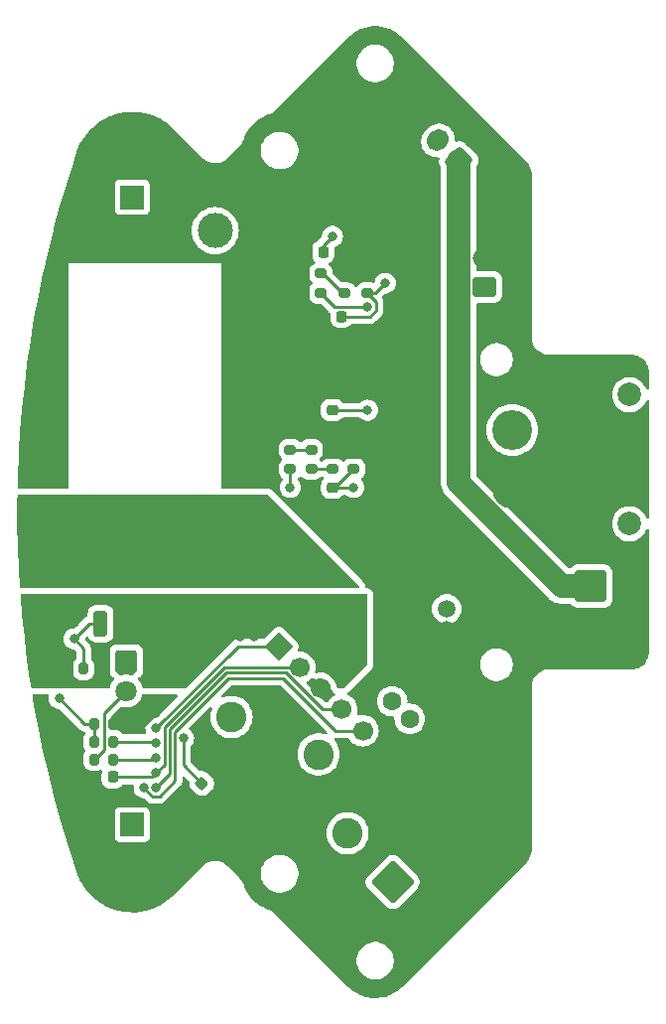
<source format=gbr>
%TF.GenerationSoftware,KiCad,Pcbnew,8.0.1*%
%TF.CreationDate,2024-04-28T23:39:04+09:00*%
%TF.ProjectId,Power-20240325,506f7765-722d-4323-9032-34303332352e,rev?*%
%TF.SameCoordinates,Original*%
%TF.FileFunction,Copper,L2,Bot*%
%TF.FilePolarity,Positive*%
%FSLAX46Y46*%
G04 Gerber Fmt 4.6, Leading zero omitted, Abs format (unit mm)*
G04 Created by KiCad (PCBNEW 8.0.1) date 2024-04-28 23:39:04*
%MOMM*%
%LPD*%
G01*
G04 APERTURE LIST*
G04 Aperture macros list*
%AMRoundRect*
0 Rectangle with rounded corners*
0 $1 Rounding radius*
0 $2 $3 $4 $5 $6 $7 $8 $9 X,Y pos of 4 corners*
0 Add a 4 corners polygon primitive as box body*
4,1,4,$2,$3,$4,$5,$6,$7,$8,$9,$2,$3,0*
0 Add four circle primitives for the rounded corners*
1,1,$1+$1,$2,$3*
1,1,$1+$1,$4,$5*
1,1,$1+$1,$6,$7*
1,1,$1+$1,$8,$9*
0 Add four rect primitives between the rounded corners*
20,1,$1+$1,$2,$3,$4,$5,0*
20,1,$1+$1,$4,$5,$6,$7,0*
20,1,$1+$1,$6,$7,$8,$9,0*
20,1,$1+$1,$8,$9,$2,$3,0*%
%AMHorizOval*
0 Thick line with rounded ends*
0 $1 width*
0 $2 $3 position (X,Y) of the first rounded end (center of the circle)*
0 $4 $5 position (X,Y) of the second rounded end (center of the circle)*
0 Add line between two ends*
20,1,$1,$2,$3,$4,$5,0*
0 Add two circle primitives to create the rounded ends*
1,1,$1,$2,$3*
1,1,$1,$4,$5*%
%AMRotRect*
0 Rectangle, with rotation*
0 The origin of the aperture is its center*
0 $1 length*
0 $2 width*
0 $3 Rotation angle, in degrees counterclockwise*
0 Add horizontal line*
21,1,$1,$2,0,0,$3*%
G04 Aperture macros list end*
%TA.AperFunction,ComponentPad*%
%ADD10RoundRect,0.250000X0.936916X0.088388X0.088388X0.936916X-0.936916X-0.088388X-0.088388X-0.936916X0*%
%TD*%
%TA.AperFunction,ComponentPad*%
%ADD11HorizOval,1.700000X0.088388X0.088388X-0.088388X-0.088388X0*%
%TD*%
%TA.AperFunction,ComponentPad*%
%ADD12C,2.600000*%
%TD*%
%TA.AperFunction,ComponentPad*%
%ADD13C,1.600000*%
%TD*%
%TA.AperFunction,ComponentPad*%
%ADD14HorizOval,1.600000X0.000000X0.000000X0.000000X0.000000X0*%
%TD*%
%TA.AperFunction,ComponentPad*%
%ADD15RoundRect,0.250001X0.000000X-1.555634X1.555634X0.000000X0.000000X1.555634X-1.555634X0.000000X0*%
%TD*%
%TA.AperFunction,ComponentPad*%
%ADD16C,2.700000*%
%TD*%
%TA.AperFunction,ComponentPad*%
%ADD17C,1.500000*%
%TD*%
%TA.AperFunction,ComponentPad*%
%ADD18RoundRect,0.250000X0.750000X-0.600000X0.750000X0.600000X-0.750000X0.600000X-0.750000X-0.600000X0*%
%TD*%
%TA.AperFunction,ComponentPad*%
%ADD19O,2.000000X1.700000*%
%TD*%
%TA.AperFunction,ComponentPad*%
%ADD20R,1.800000X1.800000*%
%TD*%
%TA.AperFunction,ComponentPad*%
%ADD21C,1.800000*%
%TD*%
%TA.AperFunction,SMDPad,CuDef*%
%ADD22RoundRect,0.225000X-0.250000X0.225000X-0.250000X-0.225000X0.250000X-0.225000X0.250000X0.225000X0*%
%TD*%
%TA.AperFunction,SMDPad,CuDef*%
%ADD23RoundRect,0.200000X-0.275000X0.200000X-0.275000X-0.200000X0.275000X-0.200000X0.275000X0.200000X0*%
%TD*%
%TA.AperFunction,SMDPad,CuDef*%
%ADD24RoundRect,0.225000X0.225000X0.250000X-0.225000X0.250000X-0.225000X-0.250000X0.225000X-0.250000X0*%
%TD*%
%TA.AperFunction,SMDPad,CuDef*%
%ADD25RoundRect,0.200000X-0.200000X-0.275000X0.200000X-0.275000X0.200000X0.275000X-0.200000X0.275000X0*%
%TD*%
%TA.AperFunction,ComponentPad*%
%ADD26R,2.000000X2.000000*%
%TD*%
%TA.AperFunction,ComponentPad*%
%ADD27C,2.000000*%
%TD*%
%TA.AperFunction,SMDPad,CuDef*%
%ADD28RoundRect,0.200000X0.275000X-0.200000X0.275000X0.200000X-0.275000X0.200000X-0.275000X-0.200000X0*%
%TD*%
%TA.AperFunction,SMDPad,CuDef*%
%ADD29RoundRect,0.200000X0.200000X0.275000X-0.200000X0.275000X-0.200000X-0.275000X0.200000X-0.275000X0*%
%TD*%
%TA.AperFunction,ComponentPad*%
%ADD30RotRect,1.700000X1.700000X225.000000*%
%TD*%
%TA.AperFunction,ComponentPad*%
%ADD31HorizOval,1.700000X0.000000X0.000000X0.000000X0.000000X0*%
%TD*%
%TA.AperFunction,SMDPad,CuDef*%
%ADD32RoundRect,0.225000X0.017678X-0.335876X0.335876X-0.017678X-0.017678X0.335876X-0.335876X0.017678X0*%
%TD*%
%TA.AperFunction,ComponentPad*%
%ADD33RoundRect,0.250001X-1.099999X1.099999X-1.099999X-1.099999X1.099999X-1.099999X1.099999X1.099999X0*%
%TD*%
%TA.AperFunction,ComponentPad*%
%ADD34C,3.400000*%
%TD*%
%TA.AperFunction,SMDPad,CuDef*%
%ADD35RoundRect,0.250000X0.350000X-0.850000X0.350000X0.850000X-0.350000X0.850000X-0.350000X-0.850000X0*%
%TD*%
%TA.AperFunction,SMDPad,CuDef*%
%ADD36RoundRect,0.250000X1.125000X-1.275000X1.125000X1.275000X-1.125000X1.275000X-1.125000X-1.275000X0*%
%TD*%
%TA.AperFunction,SMDPad,CuDef*%
%ADD37RoundRect,0.249997X2.650003X-2.950003X2.650003X2.950003X-2.650003X2.950003X-2.650003X-2.950003X0*%
%TD*%
%TA.AperFunction,SMDPad,CuDef*%
%ADD38RoundRect,0.225000X-0.225000X-0.250000X0.225000X-0.250000X0.225000X0.250000X-0.225000X0.250000X0*%
%TD*%
%TA.AperFunction,ViaPad*%
%ADD39C,0.800000*%
%TD*%
%TA.AperFunction,ViaPad*%
%ADD40C,3.000000*%
%TD*%
%TA.AperFunction,Conductor*%
%ADD41C,2.000000*%
%TD*%
%TA.AperFunction,Conductor*%
%ADD42C,0.250000*%
%TD*%
G04 APERTURE END LIST*
D10*
%TO.P,J5,1,Pin_1*%
%TO.N,+5V*%
X88767767Y-112592738D03*
D11*
%TO.P,J5,2,Pin_2*%
%TO.N,+3.3V*%
X87000000Y-110824971D03*
%TO.P,J5,3,Pin_3*%
%TO.N,GND*%
X85232233Y-109057204D03*
%TD*%
D12*
%TO.P,F1,1*%
%TO.N,Net-(J1-Pin_1)*%
X79287184Y-169873476D03*
X76812310Y-163155962D03*
%TO.P,F1,2*%
%TO.N,V_RAW*%
X69387690Y-159973980D03*
X66912816Y-153256466D03*
%TD*%
D13*
%TO.P,R1,1*%
%TO.N,V_RAW*%
X77707484Y-153242810D03*
D14*
%TO.P,R1,2*%
%TO.N,ICSPCLK*%
X83095638Y-158630964D03*
%TD*%
D15*
%TO.P,VIN,1,Pin_1*%
%TO.N,Net-(J1-Pin_1)*%
X83142374Y-174051521D03*
D16*
%TO.P,VIN,2,Pin_2*%
%TO.N,GND*%
X85942517Y-171251378D03*
%TD*%
D17*
%TO.P,MES1,1,-*%
%TO.N,GND*%
X87750000Y-152499971D03*
%TO.P,MES1,2,+*%
%TO.N,VIN*%
X87750000Y-150749971D03*
%TD*%
D18*
%TO.P,KICKER,1,Pin_1*%
%TO.N,VIN*%
X90975001Y-123324971D03*
D19*
%TO.P,KICKER,2,Pin_2*%
%TO.N,GND*%
X90975001Y-120824971D03*
%TD*%
D20*
%TO.P,D1,1,K*%
%TO.N,GND*%
X60400000Y-155209971D03*
D21*
%TO.P,D1,2,A*%
%TO.N,Net-(D1-A)*%
X60400000Y-157749971D03*
%TD*%
D13*
%TO.P,R2,1*%
%TO.N,ICSPCLK*%
X84595638Y-160130964D03*
D14*
%TO.P,R2,2*%
%TO.N,GND*%
X89983792Y-165519118D03*
%TD*%
D22*
%TO.P,C4,1*%
%TO.N,VIN*%
X77995000Y-133809971D03*
%TO.P,C4,2*%
%TO.N,GND*%
X77995000Y-135359971D03*
%TD*%
D23*
%TO.P,R13,1*%
%TO.N,GND*%
X78000000Y-137174971D03*
%TO.P,R13,2*%
%TO.N,Net-(R13-Pad2)*%
X78000000Y-138824971D03*
%TD*%
D24*
%TO.P,C2,1*%
%TO.N,+3.3V*%
X78775000Y-125824971D03*
%TO.P,C2,2*%
%TO.N,GND*%
X77225000Y-125824971D03*
%TD*%
D25*
%TO.P,R4,1*%
%TO.N,V_RAW*%
X55130000Y-155849971D03*
%TO.P,R4,2*%
%TO.N,Net-(Q1-G)*%
X56780000Y-155849971D03*
%TD*%
D26*
%TO.P,C6,1*%
%TO.N,VIN*%
X60931354Y-115658035D03*
D27*
%TO.P,C6,2*%
%TO.N,GND*%
X60931354Y-110658035D03*
%TD*%
D28*
%TO.P,R7,1*%
%TO.N,Net-(R6-Pad2)*%
X79000000Y-123824971D03*
%TO.P,R7,2*%
%TO.N,GND*%
X79000000Y-122174971D03*
%TD*%
%TO.P,R15,1*%
%TO.N,+5V*%
X79800000Y-138824971D03*
%TO.P,R15,2*%
%TO.N,GND*%
X79800000Y-137174971D03*
%TD*%
D29*
%TO.P,R5,1*%
%TO.N,Net-(U1-GP5)*%
X59320000Y-163584971D03*
%TO.P,R5,2*%
%TO.N,Net-(D1-A)*%
X57670000Y-163584971D03*
%TD*%
D30*
%TO.P,J2,1,Pin_1*%
%TO.N,MCLR{slash}VPP*%
X73411433Y-153946759D03*
D31*
%TO.P,J2,2,Pin_2*%
%TO.N,+3.3VA*%
X75207484Y-155742810D03*
%TO.P,J2,3,Pin_3*%
%TO.N,GND*%
X77003535Y-157538861D03*
%TO.P,J2,4,Pin_4*%
%TO.N,ICSPDAT*%
X78799587Y-159334913D03*
%TO.P,J2,5,Pin_5*%
%TO.N,ICSPCLK*%
X80595638Y-161130964D03*
%TD*%
D22*
%TO.P,C8,1*%
%TO.N,+5V*%
X78000000Y-140424971D03*
%TO.P,C8,2*%
%TO.N,GND*%
X78000000Y-141974971D03*
%TD*%
D28*
%TO.P,R6,1*%
%TO.N,Net-(U2-Trim)*%
X77000000Y-123824971D03*
%TO.P,R6,2*%
%TO.N,Net-(R6-Pad2)*%
X77000000Y-122174971D03*
%TD*%
D25*
%TO.P,R10,1*%
%TO.N,Net-(Q2-G)*%
X57670000Y-162084971D03*
%TO.P,R10,2*%
%TO.N,V_Control*%
X59320000Y-162084971D03*
%TD*%
D28*
%TO.P,R8,1*%
%TO.N,+3.3V*%
X81000000Y-123824971D03*
%TO.P,R8,2*%
%TO.N,GND*%
X81000000Y-122174971D03*
%TD*%
D24*
%TO.P,C5,1*%
%TO.N,+3.3VA*%
X59270000Y-165084971D03*
%TO.P,C5,2*%
%TO.N,GND*%
X57720000Y-165084971D03*
%TD*%
D28*
%TO.P,R12,1*%
%TO.N,Net-(U4-Trim)*%
X74400000Y-138824971D03*
%TO.P,R12,2*%
%TO.N,Net-(R12-Pad2)*%
X74400000Y-137174971D03*
%TD*%
D32*
%TO.P,C3,1*%
%TO.N,V_RAW*%
X66864251Y-165634927D03*
%TO.P,C3,2*%
%TO.N,GND*%
X67960267Y-164538911D03*
%TD*%
D33*
%TO.P,LINE,1,Pin_1*%
%TO.N,+5V*%
X100052677Y-148818131D03*
D16*
%TO.P,LINE,2,Pin_2*%
%TO.N,GND*%
X100052677Y-152778131D03*
%TD*%
D27*
%TO.P,MD,*%
%TO.N,*%
X103350000Y-132499971D03*
X103350000Y-143499971D03*
D34*
%TO.P,MD,1,Pin_1*%
%TO.N,VIN*%
X93350000Y-135499971D03*
%TO.P,MD,2,Pin_2*%
%TO.N,GND*%
X93350000Y-140499971D03*
%TD*%
D35*
%TO.P,P,1,G*%
%TO.N,Net-(Q1-G)*%
X58235000Y-151999971D03*
D36*
%TO.P,P,2,D*%
%TO.N,Net-(Q1-D)*%
X54430000Y-147374971D03*
X57480000Y-147374971D03*
D37*
X55955000Y-145699971D03*
D36*
X54430000Y-144024971D03*
X57480000Y-144024971D03*
D35*
%TO.P,P,3,S*%
%TO.N,V_RAW*%
X53675000Y-151999971D03*
%TD*%
D23*
%TO.P,R14,1*%
%TO.N,Net-(R12-Pad2)*%
X76200000Y-137174971D03*
%TO.P,R14,2*%
%TO.N,Net-(R13-Pad2)*%
X76200000Y-138824971D03*
%TD*%
D25*
%TO.P,R9,1*%
%TO.N,Net-(Q2-G)*%
X57670000Y-160584971D03*
%TO.P,R9,2*%
%TO.N,GND*%
X59320000Y-160584971D03*
%TD*%
D38*
%TO.P,C1,1*%
%TO.N,VIN*%
X77225000Y-120324971D03*
%TO.P,C1,2*%
%TO.N,GND*%
X78775000Y-120324971D03*
%TD*%
D26*
%TO.P,C7,1*%
%TO.N,V_RAW*%
X60931364Y-169160501D03*
D27*
%TO.P,C7,2*%
%TO.N,GND*%
X60931364Y-174160501D03*
%TD*%
D39*
%TO.N,GND*%
X70000000Y-137999971D03*
X80000000Y-130499971D03*
X86000000Y-137999971D03*
X70000000Y-122999971D03*
X55955000Y-166009971D03*
X62940000Y-159659971D03*
%TO.N,VIN*%
X78000000Y-118999971D03*
%TO.N,GND*%
X70106336Y-167780996D03*
X76000000Y-130499971D03*
X78000000Y-114499971D03*
D40*
%TO.N,VIN*%
X68000000Y-118499971D03*
D39*
X81000000Y-133824971D03*
%TO.N,+3.3V*%
X82500000Y-122999971D03*
%TO.N,V_RAW*%
X60555000Y-153159971D03*
X77355000Y-155559971D03*
X73955000Y-150759971D03*
X79955000Y-155559971D03*
X64155000Y-153159971D03*
X53555000Y-155159971D03*
X65355000Y-150759971D03*
X64155000Y-155559971D03*
X70155000Y-153159971D03*
X78755000Y-154359971D03*
X65355000Y-156759971D03*
X73955000Y-151959971D03*
X61755000Y-150759971D03*
X62955000Y-151959971D03*
X79955000Y-154359971D03*
X72755000Y-150759971D03*
X79955000Y-151959971D03*
X76355000Y-151959971D03*
X53555000Y-156359971D03*
X71355000Y-153159971D03*
X55955000Y-151959971D03*
X68955000Y-151959971D03*
X61755000Y-153159971D03*
X52355000Y-153959971D03*
X60555000Y-150759971D03*
X62955000Y-154359971D03*
X55955000Y-150759971D03*
X68955000Y-150759971D03*
X66555000Y-155559971D03*
X75155000Y-151959971D03*
X75155000Y-150759971D03*
X72755000Y-151959971D03*
X61755000Y-151959971D03*
X62955000Y-155559971D03*
X64155000Y-151959971D03*
X78755000Y-150759971D03*
X71355000Y-151959971D03*
X70155000Y-151959971D03*
X66555000Y-150759971D03*
X64155000Y-154359971D03*
X64155000Y-156759971D03*
X64155000Y-150759971D03*
X78755000Y-151959971D03*
X71355000Y-150759971D03*
X53555000Y-153959971D03*
X79955000Y-153159971D03*
X65290000Y-161780801D03*
X62955000Y-150759971D03*
X65355000Y-151959971D03*
X76355000Y-150759971D03*
X77555000Y-150759971D03*
X70155000Y-150759971D03*
X60555000Y-151959971D03*
X65355000Y-155559971D03*
X62955000Y-153159971D03*
X79955000Y-150759971D03*
X78755000Y-155559971D03*
X67755000Y-150759971D03*
%TO.N,+3.3VA*%
X62937500Y-164739971D03*
%TO.N,+5V*%
X79800000Y-140399971D03*
%TO.N,ICSPDAT*%
X62940000Y-166009971D03*
%TO.N,ICSPCLK*%
X61939997Y-166009971D03*
%TO.N,MCLR{slash}VPP*%
X62940000Y-160929971D03*
%TO.N,Net-(Q1-G)*%
X55955000Y-153309971D03*
D40*
%TO.N,Net-(Q1-D)*%
X62000000Y-143999971D03*
D39*
%TO.N,Net-(Q2-G)*%
X54685000Y-158389971D03*
%TO.N,Net-(U1-GP5)*%
X62937500Y-163469971D03*
%TO.N,Net-(U2-Trim)*%
X81000000Y-124999971D03*
%TO.N,V_Control*%
X62937500Y-162199971D03*
%TO.N,Net-(U4-Trim)*%
X74400000Y-140399971D03*
%TD*%
D41*
%TO.N,+5V*%
X88767767Y-140018958D02*
X88767767Y-112592738D01*
X97566940Y-148818131D02*
X88767767Y-140018958D01*
X100052677Y-148818131D02*
X97566940Y-148818131D01*
D42*
%TO.N,VIN*%
X78000000Y-118999971D02*
X77225000Y-119774971D01*
%TO.N,GND*%
X62015000Y-160584971D02*
X62940000Y-159659971D01*
%TO.N,VIN*%
X77225000Y-119774971D02*
X77225000Y-120324971D01*
%TO.N,GND*%
X59320000Y-160584971D02*
X62015000Y-160584971D01*
%TO.N,VIN*%
X78000000Y-133824971D02*
X78250000Y-133824971D01*
X81000000Y-133824971D02*
X78000000Y-133824971D01*
%TO.N,+3.3V*%
X81675000Y-123824971D02*
X82500000Y-122999971D01*
X81200305Y-125824971D02*
X81725000Y-125300276D01*
X81725000Y-125300276D02*
X81725000Y-124549971D01*
X81725000Y-124549971D02*
X81000000Y-123824971D01*
X81000000Y-123824971D02*
X81675000Y-123824971D01*
X78775000Y-125824971D02*
X81200305Y-125824971D01*
%TO.N,V_RAW*%
X65290000Y-161780801D02*
X65290000Y-164060676D01*
X65290000Y-164060676D02*
X66864251Y-165634927D01*
%TO.N,+3.3VA*%
X63665000Y-160841367D02*
X63665000Y-164012471D01*
X75207484Y-155742810D02*
X68763557Y-155742810D01*
X62592500Y-165084971D02*
X59270000Y-165084971D01*
X63665000Y-164012471D02*
X62937500Y-164739971D01*
X68763557Y-155742810D02*
X63665000Y-160841367D01*
X62937500Y-164739971D02*
X62592500Y-165084971D01*
%TO.N,+5V*%
X79775000Y-140424971D02*
X79800000Y-140399971D01*
X78000000Y-140424971D02*
X79775000Y-140424971D01*
X79800000Y-138824971D02*
X78200000Y-140424971D01*
X78200000Y-140424971D02*
X78000000Y-140424971D01*
%TO.N,Net-(D1-A)*%
X58495000Y-159654971D02*
X60400000Y-157749971D01*
X58495000Y-162759971D02*
X58495000Y-159654971D01*
X57670000Y-163584971D02*
X58495000Y-162759971D01*
%TO.N,ICSPDAT*%
X64115000Y-161027763D02*
X64115000Y-164834971D01*
X78799587Y-159334913D02*
X77137886Y-159334913D01*
X64115000Y-164834971D02*
X62940000Y-166009971D01*
X77137886Y-159334913D02*
X73995783Y-156192810D01*
X73995783Y-156192810D02*
X68949953Y-156192810D01*
X68949953Y-156192810D02*
X64115000Y-161027763D01*
%TO.N,ICSPCLK*%
X64565000Y-161214159D02*
X69136349Y-156642810D01*
X61939997Y-166009971D02*
X62215000Y-166284974D01*
X62215000Y-166310276D02*
X62639695Y-166734971D01*
X78297541Y-161130964D02*
X80595638Y-161130964D01*
X63240305Y-166734971D02*
X64565000Y-165410276D01*
X64565000Y-165410276D02*
X64565000Y-161214159D01*
X62639695Y-166734971D02*
X63240305Y-166734971D01*
X73809387Y-156642810D02*
X78297541Y-161130964D01*
X69136349Y-156642810D02*
X73809387Y-156642810D01*
X62215000Y-166284974D02*
X62215000Y-166310276D01*
%TO.N,MCLR{slash}VPP*%
X62940000Y-160929971D02*
X69923212Y-153946759D01*
X69923212Y-153946759D02*
X73411433Y-153946759D01*
%TO.N,Net-(Q1-G)*%
X55955000Y-153309971D02*
X56780000Y-154134971D01*
X56780000Y-154134971D02*
X56780000Y-155849971D01*
X55955000Y-153309971D02*
X57265000Y-151999971D01*
X57265000Y-151999971D02*
X58235000Y-151999971D01*
%TO.N,Net-(Q2-G)*%
X56880000Y-160584971D02*
X57670000Y-160584971D01*
X54685000Y-158389971D02*
X56880000Y-160584971D01*
X57670000Y-160584971D02*
X57670000Y-162084971D01*
%TO.N,Net-(U1-GP5)*%
X62822500Y-163584971D02*
X59320000Y-163584971D01*
X62937500Y-163469971D02*
X62822500Y-163584971D01*
%TO.N,Net-(R6-Pad2)*%
X78825000Y-123824971D02*
X77175000Y-122174971D01*
X79000000Y-123824971D02*
X78825000Y-123824971D01*
X77175000Y-122174971D02*
X77000000Y-122174971D01*
%TO.N,Net-(U2-Trim)*%
X77000000Y-123824971D02*
X78175000Y-124999971D01*
X78175000Y-124999971D02*
X81000000Y-124999971D01*
%TO.N,V_Control*%
X62937500Y-162199971D02*
X62822500Y-162084971D01*
X62822500Y-162084971D02*
X59320000Y-162084971D01*
%TO.N,Net-(U4-Trim)*%
X74400000Y-138824971D02*
X74400000Y-140399971D01*
%TO.N,Net-(R12-Pad2)*%
X76200000Y-137174971D02*
X74400000Y-137174971D01*
%TO.N,Net-(R13-Pad2)*%
X78000000Y-138824971D02*
X76200000Y-138824971D01*
%TD*%
%TA.AperFunction,Conductor*%
%TO.N,GND*%
G36*
X81836283Y-101063126D02*
G01*
X82179305Y-101101771D01*
X82193007Y-101104098D01*
X82529582Y-101180913D01*
X82542916Y-101184755D01*
X82868785Y-101298773D01*
X82881592Y-101304078D01*
X83192637Y-101453857D01*
X83204803Y-101460581D01*
X83497096Y-101644225D01*
X83508436Y-101652270D01*
X83779029Y-101868040D01*
X83788136Y-101876062D01*
X83788159Y-101876084D01*
X83911959Y-101996405D01*
X83913217Y-101997646D01*
X94559794Y-112644223D01*
X94561496Y-112645958D01*
X94633503Y-112720845D01*
X94636469Y-112723929D01*
X94647398Y-112736983D01*
X94670548Y-112768843D01*
X94775215Y-112912899D01*
X94785382Y-112929489D01*
X94883551Y-113122148D01*
X94890997Y-113140124D01*
X94957818Y-113345758D01*
X94962361Y-113364677D01*
X94996381Y-113579429D01*
X94997885Y-113596432D01*
X94999977Y-113704558D01*
X95000000Y-113706957D01*
X95000000Y-127571341D01*
X95001214Y-127689836D01*
X95001215Y-127689851D01*
X95036471Y-127924283D01*
X95108162Y-128150256D01*
X95108165Y-128150262D01*
X95134169Y-128202075D01*
X95214504Y-128362143D01*
X95352848Y-128554665D01*
X95519750Y-128723032D01*
X95711056Y-128863052D01*
X95922005Y-128971240D01*
X96147343Y-129044902D01*
X96381463Y-129082206D01*
X96423299Y-129082990D01*
X96499989Y-129084429D01*
X96500000Y-129084429D01*
X103498792Y-129084429D01*
X103501223Y-129084453D01*
X103503187Y-129084491D01*
X103609349Y-129086573D01*
X103626297Y-129088075D01*
X103841078Y-129122091D01*
X103859996Y-129126633D01*
X104065641Y-129193449D01*
X104083615Y-129200893D01*
X104276286Y-129299061D01*
X104292870Y-129309224D01*
X104467806Y-129436318D01*
X104482596Y-129448949D01*
X104635506Y-129601852D01*
X104648136Y-129616639D01*
X104775237Y-129791569D01*
X104785404Y-129808158D01*
X104883574Y-130000811D01*
X104891020Y-130018787D01*
X104957850Y-130224440D01*
X104962391Y-130243348D01*
X104996413Y-130458097D01*
X104997917Y-130475127D01*
X104999977Y-130583220D01*
X105000000Y-130585583D01*
X105000000Y-131934791D01*
X104980315Y-132001830D01*
X104927511Y-132047585D01*
X104858353Y-132057529D01*
X104794797Y-132028504D01*
X104762444Y-131984601D01*
X104674173Y-131783364D01*
X104538166Y-131575188D01*
X104516557Y-131551715D01*
X104369744Y-131392233D01*
X104173509Y-131239497D01*
X104173507Y-131239496D01*
X104173506Y-131239495D01*
X103954811Y-131121143D01*
X103954802Y-131121140D01*
X103719616Y-131040400D01*
X103474335Y-130999471D01*
X103225665Y-130999471D01*
X102980383Y-131040400D01*
X102745197Y-131121140D01*
X102745188Y-131121143D01*
X102526493Y-131239495D01*
X102330257Y-131392232D01*
X102161833Y-131575188D01*
X102025826Y-131783364D01*
X101925936Y-132011089D01*
X101864892Y-132252146D01*
X101864890Y-132252158D01*
X101844357Y-132499965D01*
X101844357Y-132499976D01*
X101864890Y-132747783D01*
X101864892Y-132747795D01*
X101925936Y-132988852D01*
X102025826Y-133216577D01*
X102161833Y-133424753D01*
X102161836Y-133424756D01*
X102330256Y-133607709D01*
X102526491Y-133760445D01*
X102745190Y-133878799D01*
X102980386Y-133959542D01*
X103225665Y-134000471D01*
X103474335Y-134000471D01*
X103719614Y-133959542D01*
X103954810Y-133878799D01*
X104173509Y-133760445D01*
X104369744Y-133607709D01*
X104538164Y-133424756D01*
X104674173Y-133216578D01*
X104762444Y-133015339D01*
X104807400Y-132961854D01*
X104874136Y-132941164D01*
X104941464Y-132959839D01*
X104988007Y-133011949D01*
X105000000Y-133065150D01*
X105000000Y-142934791D01*
X104980315Y-143001830D01*
X104927511Y-143047585D01*
X104858353Y-143057529D01*
X104794797Y-143028504D01*
X104762444Y-142984601D01*
X104674173Y-142783364D01*
X104538166Y-142575188D01*
X104516557Y-142551715D01*
X104369744Y-142392233D01*
X104173509Y-142239497D01*
X104173507Y-142239496D01*
X104173506Y-142239495D01*
X103954811Y-142121143D01*
X103954802Y-142121140D01*
X103719616Y-142040400D01*
X103474335Y-141999471D01*
X103225665Y-141999471D01*
X102980383Y-142040400D01*
X102745197Y-142121140D01*
X102745188Y-142121143D01*
X102526493Y-142239495D01*
X102330257Y-142392232D01*
X102161833Y-142575188D01*
X102025826Y-142783364D01*
X101925936Y-143011089D01*
X101864892Y-143252146D01*
X101864890Y-143252158D01*
X101844357Y-143499965D01*
X101844357Y-143499976D01*
X101864890Y-143747783D01*
X101864892Y-143747795D01*
X101925936Y-143988852D01*
X102025826Y-144216577D01*
X102161833Y-144424753D01*
X102161836Y-144424756D01*
X102330256Y-144607709D01*
X102526491Y-144760445D01*
X102745190Y-144878799D01*
X102980386Y-144959542D01*
X103225665Y-145000471D01*
X103474335Y-145000471D01*
X103719614Y-144959542D01*
X103954810Y-144878799D01*
X104173509Y-144760445D01*
X104369744Y-144607709D01*
X104538164Y-144424756D01*
X104674173Y-144216578D01*
X104762444Y-144015339D01*
X104807400Y-143961854D01*
X104874136Y-143941164D01*
X104941464Y-143959839D01*
X104988007Y-144011949D01*
X105000000Y-144065150D01*
X105000000Y-154414377D01*
X104999977Y-154416766D01*
X104997905Y-154524297D01*
X104996419Y-154541196D01*
X104962780Y-154754821D01*
X104958288Y-154773642D01*
X104892197Y-154978283D01*
X104884832Y-154996176D01*
X104787707Y-155188049D01*
X104777647Y-155204579D01*
X104651856Y-155379004D01*
X104639349Y-155393766D01*
X104487961Y-155546494D01*
X104473308Y-155559132D01*
X104299992Y-155686456D01*
X104283552Y-155696660D01*
X104092552Y-155795465D01*
X104074724Y-155802988D01*
X103870664Y-155870881D01*
X103851883Y-155875538D01*
X103638584Y-155911052D01*
X103621669Y-155912688D01*
X103517321Y-155915592D01*
X103514701Y-155915665D01*
X103511253Y-155915713D01*
X96499991Y-155915713D01*
X96382135Y-155918024D01*
X96149294Y-155954902D01*
X95925103Y-156027744D01*
X95925099Y-156027746D01*
X95715059Y-156134766D01*
X95715056Y-156134767D01*
X95715056Y-156134768D01*
X95651737Y-156180771D01*
X95524337Y-156273331D01*
X95357651Y-156440014D01*
X95357648Y-156440017D01*
X95219083Y-156630731D01*
X95112058Y-156840771D01*
X95112057Y-156840775D01*
X95039209Y-157064967D01*
X95039209Y-157064968D01*
X95002327Y-157297803D01*
X95002326Y-157297809D01*
X95000000Y-157415678D01*
X95000000Y-171293171D01*
X94999977Y-171295563D01*
X94997902Y-171403121D01*
X94996415Y-171420024D01*
X94962758Y-171633689D01*
X94958263Y-171652516D01*
X94892134Y-171857199D01*
X94884763Y-171875097D01*
X94787593Y-172066982D01*
X94777527Y-172083515D01*
X94650964Y-172258930D01*
X94640124Y-172271974D01*
X94566035Y-172349630D01*
X94563998Y-172351714D01*
X83913214Y-183002498D01*
X83911987Y-183003709D01*
X83788514Y-183123795D01*
X83779401Y-183131827D01*
X83509589Y-183347125D01*
X83498281Y-183355156D01*
X83206843Y-183538515D01*
X83194708Y-183545234D01*
X82884601Y-183694904D01*
X82871793Y-183700224D01*
X82546924Y-183814323D01*
X82533601Y-183818180D01*
X82198019Y-183895283D01*
X82184348Y-183897628D01*
X81842256Y-183936771D01*
X81828410Y-183937575D01*
X81484080Y-183938270D01*
X81470230Y-183937522D01*
X81127980Y-183899757D01*
X81114301Y-183897467D01*
X80778415Y-183821718D01*
X80765076Y-183817915D01*
X80439743Y-183705126D01*
X80426913Y-183699857D01*
X80422862Y-183697922D01*
X80375998Y-183675535D01*
X80116213Y-183551439D01*
X80104052Y-183544770D01*
X79811872Y-183362586D01*
X79800531Y-183354600D01*
X79529856Y-183140392D01*
X79520708Y-183132394D01*
X79396940Y-183012980D01*
X79395357Y-183011424D01*
X77250074Y-180866141D01*
X80052289Y-180866141D01*
X80091624Y-181114497D01*
X80169331Y-181353651D01*
X80283491Y-181577700D01*
X80431286Y-181781124D01*
X80431290Y-181781129D01*
X80609100Y-181958939D01*
X80609105Y-181958943D01*
X80786543Y-182087858D01*
X80812533Y-182106741D01*
X80955297Y-182179483D01*
X81036578Y-182220898D01*
X81036580Y-182220898D01*
X81036583Y-182220900D01*
X81164772Y-182262551D01*
X81275732Y-182298605D01*
X81524089Y-182337941D01*
X81775552Y-182337941D01*
X81775557Y-182337941D01*
X82023913Y-182298605D01*
X82263063Y-182220900D01*
X82487113Y-182106741D01*
X82690547Y-181958938D01*
X82868354Y-181781131D01*
X83016157Y-181577697D01*
X83130316Y-181353647D01*
X83208021Y-181114497D01*
X83247357Y-180866136D01*
X83249823Y-180740407D01*
X83247357Y-180614678D01*
X83208021Y-180366317D01*
X83130316Y-180127167D01*
X83130314Y-180127164D01*
X83130314Y-180127162D01*
X83088899Y-180045881D01*
X83016157Y-179903117D01*
X82997274Y-179877127D01*
X82868359Y-179699689D01*
X82868355Y-179699684D01*
X82690545Y-179521874D01*
X82690540Y-179521870D01*
X82487116Y-179374075D01*
X82487115Y-179374074D01*
X82487113Y-179374073D01*
X82417145Y-179338422D01*
X82263067Y-179259915D01*
X82023913Y-179182208D01*
X81775557Y-179142873D01*
X81775552Y-179142873D01*
X81524094Y-179142873D01*
X81524089Y-179142873D01*
X81275732Y-179182208D01*
X81036578Y-179259915D01*
X80812529Y-179374075D01*
X80609105Y-179521870D01*
X80609100Y-179521874D01*
X80431290Y-179699684D01*
X80431286Y-179699689D01*
X80283491Y-179903113D01*
X80169331Y-180127162D01*
X80091624Y-180366316D01*
X80052289Y-180614672D01*
X80052289Y-180866141D01*
X77250074Y-180866141D01*
X73130931Y-176746997D01*
X73130902Y-176746969D01*
X73045149Y-176664435D01*
X73045145Y-176664432D01*
X73045142Y-176664429D01*
X72852405Y-176524826D01*
X72852402Y-176524825D01*
X72782478Y-176489456D01*
X72640033Y-176417404D01*
X72634952Y-176415670D01*
X72527366Y-176378970D01*
X72372376Y-176327139D01*
X72361669Y-176322998D01*
X72063338Y-176191408D01*
X72051665Y-176185503D01*
X72030233Y-176173200D01*
X71860471Y-176075746D01*
X71769604Y-176023583D01*
X71758601Y-176016469D01*
X71495195Y-175825688D01*
X71485005Y-175817452D01*
X71243196Y-175599940D01*
X71233938Y-175590683D01*
X71016424Y-175348869D01*
X71008197Y-175338687D01*
X70875126Y-175154957D01*
X70817413Y-175075272D01*
X70810321Y-175064305D01*
X70648375Y-174782196D01*
X70642478Y-174770534D01*
X70510887Y-174472197D01*
X70506748Y-174461495D01*
X70454903Y-174306493D01*
X70428821Y-174230053D01*
X70416477Y-174193876D01*
X70416474Y-174193870D01*
X70416471Y-174193860D01*
X70309069Y-173981499D01*
X70169483Y-173788761D01*
X70169480Y-173788758D01*
X70169476Y-173788753D01*
X70086954Y-173703020D01*
X69840886Y-173456952D01*
X71905129Y-173456952D01*
X71944464Y-173705308D01*
X72022171Y-173944462D01*
X72041043Y-173981499D01*
X72121416Y-174139240D01*
X72136331Y-174168511D01*
X72284126Y-174371935D01*
X72284130Y-174371940D01*
X72461940Y-174549750D01*
X72461945Y-174549754D01*
X72513143Y-174586951D01*
X72665373Y-174697552D01*
X72808137Y-174770294D01*
X72889418Y-174811709D01*
X72889420Y-174811709D01*
X72889423Y-174811711D01*
X73017612Y-174853362D01*
X73128572Y-174889416D01*
X73376929Y-174928752D01*
X73628392Y-174928752D01*
X73628397Y-174928752D01*
X73876753Y-174889416D01*
X74115903Y-174811711D01*
X74339953Y-174697552D01*
X74543387Y-174549749D01*
X74721194Y-174371942D01*
X74868997Y-174168508D01*
X74883909Y-174139242D01*
X80836240Y-174139242D01*
X80855551Y-174220721D01*
X80876699Y-174309955D01*
X80907827Y-174371935D01*
X80955437Y-174466736D01*
X81020694Y-174546844D01*
X82647051Y-176173201D01*
X82727159Y-176238458D01*
X82883941Y-176317196D01*
X83054653Y-176357655D01*
X83054655Y-176357655D01*
X83230093Y-176357655D01*
X83230095Y-176357655D01*
X83400807Y-176317196D01*
X83557589Y-176238458D01*
X83637697Y-176173201D01*
X85264054Y-174546844D01*
X85329311Y-174466736D01*
X85408049Y-174309954D01*
X85448508Y-174139242D01*
X85448508Y-173963800D01*
X85408049Y-173793088D01*
X85329311Y-173636306D01*
X85264054Y-173556198D01*
X83637697Y-171929841D01*
X83557589Y-171864584D01*
X83479198Y-171825215D01*
X83400808Y-171785846D01*
X83343903Y-171772359D01*
X83230095Y-171745387D01*
X83054653Y-171745387D01*
X82969297Y-171765616D01*
X82883939Y-171785846D01*
X82727159Y-171864584D01*
X82647050Y-171929841D01*
X81020694Y-173556197D01*
X80955437Y-173636306D01*
X80876699Y-173793086D01*
X80876699Y-173793088D01*
X80836240Y-173963800D01*
X80836240Y-174139242D01*
X74883909Y-174139242D01*
X74983156Y-173944458D01*
X75060861Y-173705308D01*
X75100197Y-173456947D01*
X75102663Y-173331218D01*
X75100197Y-173205489D01*
X75060861Y-172957128D01*
X74983156Y-172717978D01*
X74983154Y-172717975D01*
X74983154Y-172717973D01*
X74921599Y-172597166D01*
X74868997Y-172493928D01*
X74768552Y-172355677D01*
X74721199Y-172290500D01*
X74721195Y-172290495D01*
X74543385Y-172112685D01*
X74543380Y-172112681D01*
X74339956Y-171964886D01*
X74339955Y-171964885D01*
X74339953Y-171964884D01*
X74269985Y-171929233D01*
X74115907Y-171850726D01*
X73876753Y-171773019D01*
X73628397Y-171733684D01*
X73628392Y-171733684D01*
X73376934Y-171733684D01*
X73376929Y-171733684D01*
X73128572Y-171773019D01*
X72889418Y-171850726D01*
X72665369Y-171964886D01*
X72461945Y-172112681D01*
X72461940Y-172112685D01*
X72284130Y-172290495D01*
X72284126Y-172290500D01*
X72136331Y-172493924D01*
X72022171Y-172717973D01*
X71944464Y-172957127D01*
X71905129Y-173205483D01*
X71905129Y-173456952D01*
X69840886Y-173456952D01*
X69072381Y-172688448D01*
X69072351Y-172688418D01*
X68987658Y-172605483D01*
X68987654Y-172605480D01*
X68987653Y-172605478D01*
X68796964Y-172464712D01*
X68796958Y-172464708D01*
X68796956Y-172464707D01*
X68586489Y-172355673D01*
X68586485Y-172355671D01*
X68586479Y-172355669D01*
X68361496Y-172281094D01*
X68361479Y-172281089D01*
X68127572Y-172242825D01*
X67890543Y-172241818D01*
X67656295Y-172278102D01*
X67430674Y-172350771D01*
X67219293Y-172458014D01*
X67219287Y-172458018D01*
X67027404Y-172597166D01*
X66941994Y-172679396D01*
X64467390Y-175154002D01*
X64466425Y-175154957D01*
X64312662Y-175305389D01*
X64305563Y-175311817D01*
X63975287Y-175588427D01*
X63966603Y-175595071D01*
X63613794Y-175841129D01*
X63604560Y-175846982D01*
X63231446Y-176061007D01*
X63221731Y-176066023D01*
X62831239Y-176246339D01*
X62821121Y-176250481D01*
X62416238Y-176395708D01*
X62405794Y-176398942D01*
X61989697Y-176507939D01*
X61979009Y-176510240D01*
X61554937Y-176582161D01*
X61544087Y-176583512D01*
X61115335Y-176617797D01*
X61104408Y-176618188D01*
X60674281Y-176614571D01*
X60663364Y-176613997D01*
X60235245Y-176572510D01*
X60224419Y-176570977D01*
X59801606Y-176491937D01*
X59790958Y-176489456D01*
X59376749Y-176373478D01*
X59366361Y-176370068D01*
X58963992Y-176218060D01*
X58953951Y-176213752D01*
X58566507Y-176026879D01*
X58556900Y-176021711D01*
X58554558Y-176020315D01*
X58365275Y-175907467D01*
X58187443Y-175801447D01*
X58178308Y-175795440D01*
X57829690Y-175543489D01*
X57821119Y-175536700D01*
X57496049Y-175255020D01*
X57488110Y-175247503D01*
X57189117Y-174938285D01*
X57181871Y-174930098D01*
X56911278Y-174595745D01*
X56904781Y-174586951D01*
X56664686Y-174230053D01*
X56658990Y-174220721D01*
X56451276Y-173844082D01*
X56446423Y-173834285D01*
X56426322Y-173788759D01*
X56272413Y-173440174D01*
X56268886Y-173431271D01*
X56233658Y-173331218D01*
X56197458Y-173228405D01*
X56196997Y-173227066D01*
X55885373Y-172302339D01*
X55884688Y-172300244D01*
X55878615Y-172281094D01*
X55294314Y-170438710D01*
X55293578Y-170436303D01*
X55283714Y-170402836D01*
X55226395Y-170208371D01*
X59430864Y-170208371D01*
X59430865Y-170208377D01*
X59437272Y-170267984D01*
X59487566Y-170402829D01*
X59487570Y-170402836D01*
X59573816Y-170518045D01*
X59573819Y-170518048D01*
X59689028Y-170604294D01*
X59689035Y-170604298D01*
X59823881Y-170654592D01*
X59823880Y-170654592D01*
X59830808Y-170655336D01*
X59883491Y-170661001D01*
X61979236Y-170661000D01*
X62038847Y-170654592D01*
X62173695Y-170604297D01*
X62288910Y-170518047D01*
X62375160Y-170402832D01*
X62425455Y-170267984D01*
X62431864Y-170208374D01*
X62431864Y-169873480D01*
X77481635Y-169873480D01*
X77501800Y-170142577D01*
X77561848Y-170405664D01*
X77561850Y-170405671D01*
X77660440Y-170656872D01*
X77660442Y-170656876D01*
X77662823Y-170661000D01*
X77795369Y-170890578D01*
X77931264Y-171060985D01*
X77963626Y-171101565D01*
X78150367Y-171274834D01*
X78161443Y-171285111D01*
X78384410Y-171437127D01*
X78627543Y-171554214D01*
X78885412Y-171633756D01*
X78885413Y-171633756D01*
X78885416Y-171633757D01*
X79152247Y-171673975D01*
X79152252Y-171673975D01*
X79152255Y-171673976D01*
X79152256Y-171673976D01*
X79422112Y-171673976D01*
X79422113Y-171673976D01*
X79422120Y-171673975D01*
X79688951Y-171633757D01*
X79688952Y-171633756D01*
X79688956Y-171633756D01*
X79946825Y-171554214D01*
X80189959Y-171437127D01*
X80412925Y-171285111D01*
X80610745Y-171101561D01*
X80778999Y-170890578D01*
X80913927Y-170656874D01*
X81012518Y-170405671D01*
X81072567Y-170142579D01*
X81092733Y-169873476D01*
X81072567Y-169604373D01*
X81012518Y-169341281D01*
X80913927Y-169090078D01*
X80778999Y-168856374D01*
X80610745Y-168645391D01*
X80610744Y-168645390D01*
X80610741Y-168645386D01*
X80412925Y-168461841D01*
X80189959Y-168309825D01*
X80189953Y-168309822D01*
X80189952Y-168309821D01*
X80189951Y-168309820D01*
X79946827Y-168192739D01*
X79946829Y-168192739D01*
X79688957Y-168113196D01*
X79688951Y-168113194D01*
X79422120Y-168072976D01*
X79422113Y-168072976D01*
X79152255Y-168072976D01*
X79152247Y-168072976D01*
X78885416Y-168113194D01*
X78885410Y-168113196D01*
X78627542Y-168192738D01*
X78384414Y-168309822D01*
X78161442Y-168461841D01*
X77963626Y-168645386D01*
X77795369Y-168856374D01*
X77660442Y-169090075D01*
X77660440Y-169090079D01*
X77561850Y-169341280D01*
X77561848Y-169341287D01*
X77501800Y-169604374D01*
X77481635Y-169873471D01*
X77481635Y-169873480D01*
X62431864Y-169873480D01*
X62431863Y-168112629D01*
X62425455Y-168053018D01*
X62375160Y-167918170D01*
X62375159Y-167918169D01*
X62375157Y-167918165D01*
X62288911Y-167802956D01*
X62288908Y-167802953D01*
X62173699Y-167716707D01*
X62173692Y-167716703D01*
X62038846Y-167666409D01*
X62038847Y-167666409D01*
X61979247Y-167660002D01*
X61979245Y-167660001D01*
X61979237Y-167660001D01*
X61979228Y-167660001D01*
X59883493Y-167660001D01*
X59883487Y-167660002D01*
X59823880Y-167666409D01*
X59689035Y-167716703D01*
X59689028Y-167716707D01*
X59573819Y-167802953D01*
X59573816Y-167802956D01*
X59487570Y-167918165D01*
X59487566Y-167918172D01*
X59437272Y-168053018D01*
X59430865Y-168112617D01*
X59430865Y-168112624D01*
X59430864Y-168112636D01*
X59430864Y-170208371D01*
X55226395Y-170208371D01*
X54741464Y-168563158D01*
X54740814Y-168560868D01*
X54227133Y-166676697D01*
X54226529Y-166674387D01*
X53751557Y-164780205D01*
X53750995Y-164777866D01*
X53314892Y-162874319D01*
X53314351Y-162871839D01*
X53217384Y-162404865D01*
X52917326Y-160959842D01*
X52916866Y-160957504D01*
X52559037Y-159037619D01*
X52558627Y-159035281D01*
X52448612Y-158369621D01*
X52412264Y-158149690D01*
X52420753Y-158080338D01*
X52465390Y-158026586D01*
X52532001Y-158005498D01*
X52534604Y-158005471D01*
X53692418Y-158005471D01*
X53759457Y-158025156D01*
X53805212Y-158077960D01*
X53815156Y-158147118D01*
X53810349Y-158167788D01*
X53799327Y-158201710D01*
X53799326Y-158201712D01*
X53799326Y-158201715D01*
X53779540Y-158389971D01*
X53799326Y-158578227D01*
X53799327Y-158578230D01*
X53857818Y-158758248D01*
X53857821Y-158758255D01*
X53952467Y-158922187D01*
X54056403Y-159037619D01*
X54079129Y-159062859D01*
X54232265Y-159174119D01*
X54232270Y-159174122D01*
X54405192Y-159251113D01*
X54405197Y-159251115D01*
X54590354Y-159290471D01*
X54649548Y-159290471D01*
X54716587Y-159310156D01*
X54737229Y-159326790D01*
X56391016Y-160980577D01*
X56391045Y-160980608D01*
X56481263Y-161070826D01*
X56481271Y-161070832D01*
X56548697Y-161115885D01*
X56548698Y-161115885D01*
X56583715Y-161139283D01*
X56649407Y-161166493D01*
X56697548Y-161186434D01*
X56728397Y-161192570D01*
X56776153Y-161202069D01*
X56815843Y-161209964D01*
X56877754Y-161242349D01*
X56897772Y-161267439D01*
X56899821Y-161270829D01*
X56917653Y-161338385D01*
X56899817Y-161399121D01*
X56826522Y-161520364D01*
X56775913Y-161682778D01*
X56771402Y-161732427D01*
X56769500Y-161753355D01*
X56769500Y-162416587D01*
X56771423Y-162437749D01*
X56775913Y-162487163D01*
X56826522Y-162649577D01*
X56899817Y-162770821D01*
X56917653Y-162838376D01*
X56899817Y-162899121D01*
X56826522Y-163020364D01*
X56775913Y-163182778D01*
X56769500Y-163253357D01*
X56769500Y-163916584D01*
X56775913Y-163987163D01*
X56775913Y-163987165D01*
X56775914Y-163987167D01*
X56826522Y-164149577D01*
X56912370Y-164291587D01*
X56914530Y-164295159D01*
X57034811Y-164415440D01*
X57034813Y-164415441D01*
X57034815Y-164415443D01*
X57180394Y-164503449D01*
X57342804Y-164554057D01*
X57413384Y-164560471D01*
X57413387Y-164560471D01*
X57926613Y-164560471D01*
X57926616Y-164560471D01*
X57997196Y-164554057D01*
X58159606Y-164503449D01*
X58160861Y-164502690D01*
X58161904Y-164502414D01*
X58166445Y-164500371D01*
X58166784Y-164501125D01*
X58228411Y-164484847D01*
X58294887Y-164506359D01*
X58339180Y-164560394D01*
X58347228Y-164629799D01*
X58342726Y-164647803D01*
X58329651Y-164687262D01*
X58319500Y-164786618D01*
X58319500Y-165383308D01*
X58319501Y-165383326D01*
X58329650Y-165482678D01*
X58329651Y-165482681D01*
X58382996Y-165643665D01*
X58383001Y-165643676D01*
X58472029Y-165788011D01*
X58472032Y-165788015D01*
X58591955Y-165907938D01*
X58591959Y-165907941D01*
X58736294Y-165996969D01*
X58736297Y-165996970D01*
X58736303Y-165996974D01*
X58897292Y-166050320D01*
X58996655Y-166060471D01*
X59543344Y-166060470D01*
X59543352Y-166060469D01*
X59543355Y-166060469D01*
X59606790Y-166053989D01*
X59642708Y-166050320D01*
X59803697Y-165996974D01*
X59948044Y-165907939D01*
X60067968Y-165788015D01*
X60079465Y-165769374D01*
X60131412Y-165722650D01*
X60185004Y-165710471D01*
X60928300Y-165710471D01*
X60995339Y-165730156D01*
X61041094Y-165782960D01*
X61051620Y-165847429D01*
X61034537Y-166009971D01*
X61054323Y-166198227D01*
X61054324Y-166198230D01*
X61112815Y-166378248D01*
X61112818Y-166378255D01*
X61207464Y-166542187D01*
X61326498Y-166674387D01*
X61334126Y-166682859D01*
X61487262Y-166794119D01*
X61487267Y-166794122D01*
X61660189Y-166871113D01*
X61660194Y-166871115D01*
X61845351Y-166910471D01*
X61879243Y-166910471D01*
X61946282Y-166930156D01*
X61966919Y-166946785D01*
X62240961Y-167220828D01*
X62343409Y-167289282D01*
X62457243Y-167336434D01*
X62578083Y-167360470D01*
X62578087Y-167360471D01*
X62578088Y-167360471D01*
X63301912Y-167360471D01*
X63362334Y-167348452D01*
X63422757Y-167336434D01*
X63422760Y-167336432D01*
X63422763Y-167336432D01*
X63456092Y-167322625D01*
X63456091Y-167322625D01*
X63456097Y-167322623D01*
X63536591Y-167289283D01*
X63587814Y-167255055D01*
X63639038Y-167220829D01*
X63726163Y-167133704D01*
X63726163Y-167133702D01*
X63736371Y-167123495D01*
X63736372Y-167123492D01*
X65050858Y-165809009D01*
X65119312Y-165706561D01*
X65166463Y-165592727D01*
X65179828Y-165525537D01*
X65190501Y-165471884D01*
X65190501Y-165343559D01*
X65190500Y-165343533D01*
X65190500Y-165145128D01*
X65210185Y-165078089D01*
X65262989Y-165032334D01*
X65332147Y-165022390D01*
X65395703Y-165051415D01*
X65402181Y-165057447D01*
X65768201Y-165423467D01*
X65801686Y-165484790D01*
X65803682Y-165525537D01*
X65802875Y-165532444D01*
X65802875Y-165532450D01*
X65802875Y-165702048D01*
X65828226Y-165809012D01*
X65841988Y-165867077D01*
X65913752Y-166009971D01*
X65918102Y-166018632D01*
X65981184Y-166096070D01*
X66403108Y-166517992D01*
X66480546Y-166581076D01*
X66480549Y-166581077D01*
X66480551Y-166581079D01*
X66632100Y-166657189D01*
X66632104Y-166657191D01*
X66797130Y-166696303D01*
X66797132Y-166696303D01*
X66966726Y-166696303D01*
X66966728Y-166696303D01*
X67131754Y-166657191D01*
X67283311Y-166581076D01*
X67360750Y-166517994D01*
X67747316Y-166131426D01*
X67810400Y-166053987D01*
X67886515Y-165902430D01*
X67925627Y-165737404D01*
X67925627Y-165567806D01*
X67886515Y-165402780D01*
X67810400Y-165251222D01*
X67747318Y-165173784D01*
X67325394Y-164751862D01*
X67247956Y-164688778D01*
X67247953Y-164688776D01*
X67247950Y-164688774D01*
X67096401Y-164612664D01*
X67096399Y-164612663D01*
X67096398Y-164612663D01*
X66931372Y-164573551D01*
X66761774Y-164573551D01*
X66761768Y-164573551D01*
X66754861Y-164574358D01*
X66685991Y-164562586D01*
X66652791Y-164538877D01*
X65951819Y-163837905D01*
X65918334Y-163776582D01*
X65915500Y-163750224D01*
X65915500Y-162479488D01*
X65935185Y-162412449D01*
X65947350Y-162396516D01*
X65968919Y-162372561D01*
X66022533Y-162313017D01*
X66117179Y-162149085D01*
X66175674Y-161969057D01*
X66195460Y-161780801D01*
X66175674Y-161592545D01*
X66117179Y-161412517D01*
X66022533Y-161248585D01*
X65908486Y-161121924D01*
X65895872Y-161107914D01*
X65816381Y-161050160D01*
X65773716Y-160994830D01*
X65767737Y-160925216D01*
X65800343Y-160863421D01*
X65801510Y-160862237D01*
X67526629Y-159137119D01*
X67587949Y-159103636D01*
X67657641Y-159108620D01*
X67713574Y-159150492D01*
X67737991Y-159215956D01*
X67729735Y-159270104D01*
X67662357Y-159441779D01*
X67662354Y-159441791D01*
X67602306Y-159704878D01*
X67582141Y-159973975D01*
X67582141Y-159973984D01*
X67602306Y-160243081D01*
X67662354Y-160506168D01*
X67662356Y-160506175D01*
X67754799Y-160741715D01*
X67760947Y-160757378D01*
X67895875Y-160991082D01*
X67997270Y-161118227D01*
X68064132Y-161202069D01*
X68211047Y-161338385D01*
X68261949Y-161385615D01*
X68484916Y-161537631D01*
X68728049Y-161654718D01*
X68985918Y-161734260D01*
X68985919Y-161734260D01*
X68985922Y-161734261D01*
X69252753Y-161774479D01*
X69252758Y-161774479D01*
X69252761Y-161774480D01*
X69252762Y-161774480D01*
X69522618Y-161774480D01*
X69522619Y-161774480D01*
X69522626Y-161774479D01*
X69789457Y-161734261D01*
X69789458Y-161734260D01*
X69789462Y-161734260D01*
X70047331Y-161654718D01*
X70290465Y-161537631D01*
X70513431Y-161385615D01*
X70667835Y-161242349D01*
X70711247Y-161202069D01*
X70711247Y-161202067D01*
X70711251Y-161202065D01*
X70879505Y-160991082D01*
X71014433Y-160757378D01*
X71113024Y-160506175D01*
X71173073Y-160243083D01*
X71186131Y-160068828D01*
X71193239Y-159973984D01*
X71193239Y-159973975D01*
X71173073Y-159704878D01*
X71168414Y-159684466D01*
X71113024Y-159441785D01*
X71014433Y-159190582D01*
X70879505Y-158956878D01*
X70711251Y-158745895D01*
X70711250Y-158745894D01*
X70711247Y-158745890D01*
X70513431Y-158562345D01*
X70290465Y-158410329D01*
X70290461Y-158410327D01*
X70290458Y-158410325D01*
X70290457Y-158410324D01*
X70047333Y-158293243D01*
X70047335Y-158293243D01*
X69789463Y-158213700D01*
X69789457Y-158213698D01*
X69522626Y-158173480D01*
X69522619Y-158173480D01*
X69252761Y-158173480D01*
X69252753Y-158173480D01*
X68985922Y-158213698D01*
X68985916Y-158213700D01*
X68728047Y-158293242D01*
X68695911Y-158308718D01*
X68626970Y-158320068D01*
X68562836Y-158292343D01*
X68523872Y-158234347D01*
X68522449Y-158164492D01*
X68554429Y-158109319D01*
X69359120Y-157304629D01*
X69420443Y-157271144D01*
X69446801Y-157268310D01*
X73498935Y-157268310D01*
X73565974Y-157287995D01*
X73586616Y-157304629D01*
X77530903Y-161248916D01*
X77564388Y-161310239D01*
X77559404Y-161379931D01*
X77517532Y-161435864D01*
X77452068Y-161460281D01*
X77406672Y-161455088D01*
X77214083Y-161395682D01*
X77214077Y-161395680D01*
X76947246Y-161355462D01*
X76947239Y-161355462D01*
X76677381Y-161355462D01*
X76677373Y-161355462D01*
X76410542Y-161395680D01*
X76410536Y-161395682D01*
X76152668Y-161475224D01*
X75909540Y-161592308D01*
X75686568Y-161744327D01*
X75488752Y-161927872D01*
X75320495Y-162138860D01*
X75185568Y-162372561D01*
X75185566Y-162372565D01*
X75086976Y-162623766D01*
X75086974Y-162623773D01*
X75026926Y-162886860D01*
X75006761Y-163155957D01*
X75006761Y-163155966D01*
X75026926Y-163425063D01*
X75086974Y-163688150D01*
X75086976Y-163688157D01*
X75185567Y-163939360D01*
X75320495Y-164173064D01*
X75417861Y-164295156D01*
X75488752Y-164384051D01*
X75620570Y-164506359D01*
X75686569Y-164567597D01*
X75909536Y-164719613D01*
X76152669Y-164836700D01*
X76410538Y-164916242D01*
X76410539Y-164916242D01*
X76410542Y-164916243D01*
X76677373Y-164956461D01*
X76677378Y-164956461D01*
X76677381Y-164956462D01*
X76677382Y-164956462D01*
X76947238Y-164956462D01*
X76947239Y-164956462D01*
X76947246Y-164956461D01*
X77214077Y-164916243D01*
X77214078Y-164916242D01*
X77214082Y-164916242D01*
X77471951Y-164836700D01*
X77715085Y-164719613D01*
X77938051Y-164567597D01*
X78135871Y-164384047D01*
X78304125Y-164173064D01*
X78439053Y-163939360D01*
X78537644Y-163688157D01*
X78597693Y-163425065D01*
X78604415Y-163335364D01*
X78617859Y-163155966D01*
X78617859Y-163155957D01*
X78598658Y-162899736D01*
X78597693Y-162886859D01*
X78537644Y-162623767D01*
X78439053Y-162372564D01*
X78304125Y-162138860D01*
X78159714Y-161957775D01*
X78133307Y-161893090D01*
X78146062Y-161824395D01*
X78193933Y-161773501D01*
X78256662Y-161756464D01*
X79320411Y-161756464D01*
X79387450Y-161776149D01*
X79421986Y-161809341D01*
X79557138Y-162002359D01*
X79557143Y-162002365D01*
X79724237Y-162169459D01*
X79821022Y-162237229D01*
X79917803Y-162304996D01*
X79917805Y-162304997D01*
X79917808Y-162304999D01*
X80131975Y-162404867D01*
X80360230Y-162466027D01*
X80548556Y-162482503D01*
X80595637Y-162486623D01*
X80595638Y-162486623D01*
X80595639Y-162486623D01*
X80634872Y-162483190D01*
X80831046Y-162466027D01*
X81059301Y-162404867D01*
X81273468Y-162304999D01*
X81467039Y-162169459D01*
X81634133Y-162002365D01*
X81769673Y-161808794D01*
X81869541Y-161594627D01*
X81930701Y-161366372D01*
X81951297Y-161130964D01*
X81930701Y-160895556D01*
X81869541Y-160667301D01*
X81769673Y-160453135D01*
X81730897Y-160397756D01*
X81634132Y-160259561D01*
X81467040Y-160092470D01*
X81467033Y-160092465D01*
X81273472Y-159956931D01*
X81273468Y-159956929D01*
X81217134Y-159930660D01*
X81059301Y-159857061D01*
X81059297Y-159857060D01*
X81059293Y-159857058D01*
X80831051Y-159795902D01*
X80831041Y-159795900D01*
X80595639Y-159775305D01*
X80595637Y-159775305D01*
X80360234Y-159795900D01*
X80360221Y-159795903D01*
X80259537Y-159822880D01*
X80189687Y-159821217D01*
X80131825Y-159782053D01*
X80104322Y-159717825D01*
X80107670Y-159671012D01*
X80118388Y-159631011D01*
X80134650Y-159570321D01*
X80155246Y-159334913D01*
X80134650Y-159099505D01*
X80073490Y-158871250D01*
X79973622Y-158657084D01*
X79973239Y-158656536D01*
X79955334Y-158630965D01*
X81790170Y-158630965D01*
X81810002Y-158857650D01*
X81810004Y-158857661D01*
X81868896Y-159077452D01*
X81868899Y-159077461D01*
X81965069Y-159283696D01*
X81965070Y-159283698D01*
X82095592Y-159470105D01*
X82256496Y-159631009D01*
X82256499Y-159631011D01*
X82442904Y-159761532D01*
X82649142Y-159857703D01*
X82868946Y-159916599D01*
X83029664Y-159930660D01*
X83095636Y-159936432D01*
X83095637Y-159936432D01*
X83095637Y-159936431D01*
X83095638Y-159936432D01*
X83161605Y-159930660D01*
X83230105Y-159944426D01*
X83280288Y-159993041D01*
X83296222Y-160061069D01*
X83295941Y-160064995D01*
X83290170Y-160130961D01*
X83290170Y-160130965D01*
X83310002Y-160357650D01*
X83310004Y-160357661D01*
X83368896Y-160577452D01*
X83368899Y-160577461D01*
X83465069Y-160783696D01*
X83465070Y-160783698D01*
X83595592Y-160970105D01*
X83756496Y-161131009D01*
X83756499Y-161131011D01*
X83942904Y-161261532D01*
X84149142Y-161357703D01*
X84149147Y-161357704D01*
X84149149Y-161357705D01*
X84181495Y-161366372D01*
X84368946Y-161416599D01*
X84530868Y-161430765D01*
X84595636Y-161436432D01*
X84595638Y-161436432D01*
X84595640Y-161436432D01*
X84652311Y-161431473D01*
X84822330Y-161416599D01*
X85042134Y-161357703D01*
X85248372Y-161261532D01*
X85434777Y-161131011D01*
X85595685Y-160970103D01*
X85726206Y-160783698D01*
X85822377Y-160577460D01*
X85881273Y-160357656D01*
X85901106Y-160130964D01*
X85881273Y-159904272D01*
X85822377Y-159684468D01*
X85726206Y-159478230D01*
X85595685Y-159291825D01*
X85595683Y-159291822D01*
X85434779Y-159130918D01*
X85248372Y-159000396D01*
X85248370Y-159000395D01*
X85042135Y-158904225D01*
X85042126Y-158904222D01*
X84822335Y-158845330D01*
X84822331Y-158845329D01*
X84822330Y-158845329D01*
X84822329Y-158845328D01*
X84822324Y-158845328D01*
X84595640Y-158825496D01*
X84595636Y-158825496D01*
X84529669Y-158831267D01*
X84461169Y-158817500D01*
X84410986Y-158768885D01*
X84395053Y-158700856D01*
X84395334Y-158696930D01*
X84395965Y-158689728D01*
X84401106Y-158630964D01*
X84381273Y-158404272D01*
X84322377Y-158184468D01*
X84226206Y-157978230D01*
X84095685Y-157791825D01*
X84095683Y-157791822D01*
X83934779Y-157630918D01*
X83748372Y-157500396D01*
X83748370Y-157500395D01*
X83542135Y-157404225D01*
X83542126Y-157404222D01*
X83322335Y-157345330D01*
X83322331Y-157345329D01*
X83322330Y-157345329D01*
X83322329Y-157345328D01*
X83322324Y-157345328D01*
X83095640Y-157325496D01*
X83095636Y-157325496D01*
X82868951Y-157345328D01*
X82868940Y-157345330D01*
X82649149Y-157404222D01*
X82649140Y-157404225D01*
X82442905Y-157500395D01*
X82442903Y-157500396D01*
X82256496Y-157630918D01*
X82095592Y-157791822D01*
X81965070Y-157978229D01*
X81965069Y-157978231D01*
X81868899Y-158184466D01*
X81868896Y-158184475D01*
X81810004Y-158404266D01*
X81810002Y-158404277D01*
X81790170Y-158630962D01*
X81790170Y-158630965D01*
X79955334Y-158630965D01*
X79838081Y-158463510D01*
X79670989Y-158296419D01*
X79670982Y-158296414D01*
X79666453Y-158293243D01*
X79632108Y-158269194D01*
X79477421Y-158160880D01*
X79477417Y-158160878D01*
X79440669Y-158143742D01*
X79333897Y-158093953D01*
X79281459Y-158047782D01*
X79262307Y-157980588D01*
X79282523Y-157913707D01*
X79311993Y-157882305D01*
X79393753Y-157821100D01*
X79393753Y-157821099D01*
X79393761Y-157821094D01*
X81321123Y-155893732D01*
X81357288Y-155853471D01*
X81373922Y-155832829D01*
X81405567Y-155788945D01*
X81465338Y-155658068D01*
X81479396Y-155610192D01*
X90599500Y-155610192D01*
X90633985Y-155827923D01*
X90702103Y-156037574D01*
X90702104Y-156037577D01*
X90754346Y-156140105D01*
X90795510Y-156220893D01*
X90802187Y-156233996D01*
X90931752Y-156412329D01*
X90931756Y-156412334D01*
X91087636Y-156568214D01*
X91087641Y-156568218D01*
X91143186Y-156608573D01*
X91265978Y-156697786D01*
X91361327Y-156746369D01*
X91462393Y-156797866D01*
X91462396Y-156797867D01*
X91567221Y-156831926D01*
X91672049Y-156865986D01*
X91889778Y-156900471D01*
X91889779Y-156900471D01*
X92110221Y-156900471D01*
X92110222Y-156900471D01*
X92327951Y-156865986D01*
X92537606Y-156797866D01*
X92734022Y-156697786D01*
X92912365Y-156568213D01*
X93068242Y-156412336D01*
X93197815Y-156233993D01*
X93297895Y-156037577D01*
X93366015Y-155827922D01*
X93400500Y-155610193D01*
X93400500Y-155389749D01*
X93366015Y-155172020D01*
X93297895Y-154962365D01*
X93297895Y-154962364D01*
X93263237Y-154894346D01*
X93197815Y-154765949D01*
X93181260Y-154743163D01*
X93068247Y-154587612D01*
X93068243Y-154587607D01*
X92912363Y-154431727D01*
X92912358Y-154431723D01*
X92734025Y-154302158D01*
X92734024Y-154302157D01*
X92734022Y-154302156D01*
X92671096Y-154270093D01*
X92537606Y-154202075D01*
X92537603Y-154202074D01*
X92327952Y-154133956D01*
X92219086Y-154116713D01*
X92110222Y-154099471D01*
X91889778Y-154099471D01*
X91817201Y-154110966D01*
X91672047Y-154133956D01*
X91462396Y-154202074D01*
X91462393Y-154202075D01*
X91265974Y-154302158D01*
X91087641Y-154431723D01*
X91087636Y-154431727D01*
X90931756Y-154587607D01*
X90931752Y-154587612D01*
X90802187Y-154765945D01*
X90702104Y-154962364D01*
X90702103Y-154962367D01*
X90633985Y-155172018D01*
X90599500Y-155389749D01*
X90599500Y-155610192D01*
X81479396Y-155610192D01*
X81485023Y-155591029D01*
X81485024Y-155591025D01*
X81505500Y-155448609D01*
X81505500Y-150749973D01*
X86494723Y-150749973D01*
X86513793Y-150967946D01*
X86513793Y-150967950D01*
X86570422Y-151179293D01*
X86570424Y-151179297D01*
X86570425Y-151179301D01*
X86616661Y-151278455D01*
X86662897Y-151377609D01*
X86662898Y-151377610D01*
X86788402Y-151556848D01*
X86943123Y-151711569D01*
X87122361Y-151837073D01*
X87320670Y-151929546D01*
X87532023Y-151986178D01*
X87714926Y-152002179D01*
X87749998Y-152005248D01*
X87750000Y-152005248D01*
X87750002Y-152005248D01*
X87778254Y-152002776D01*
X87967977Y-151986178D01*
X88179330Y-151929546D01*
X88377639Y-151837073D01*
X88556877Y-151711569D01*
X88711598Y-151556848D01*
X88837102Y-151377610D01*
X88929575Y-151179301D01*
X88986207Y-150967948D01*
X89005277Y-150749971D01*
X88986207Y-150531994D01*
X88929575Y-150320641D01*
X88837102Y-150122333D01*
X88837100Y-150122330D01*
X88837099Y-150122328D01*
X88711599Y-149943095D01*
X88711596Y-149943092D01*
X88556877Y-149788373D01*
X88377639Y-149662869D01*
X88377640Y-149662869D01*
X88377638Y-149662868D01*
X88278484Y-149616632D01*
X88179330Y-149570396D01*
X88179326Y-149570395D01*
X88179322Y-149570393D01*
X87967977Y-149513764D01*
X87750002Y-149494694D01*
X87749998Y-149494694D01*
X87604682Y-149507407D01*
X87532023Y-149513764D01*
X87532020Y-149513764D01*
X87320677Y-149570393D01*
X87320668Y-149570397D01*
X87122361Y-149662869D01*
X87122357Y-149662871D01*
X86943121Y-149788373D01*
X86788402Y-149943092D01*
X86662900Y-150122328D01*
X86662898Y-150122332D01*
X86570426Y-150320639D01*
X86570422Y-150320648D01*
X86513793Y-150531991D01*
X86513793Y-150531995D01*
X86494723Y-150749968D01*
X86494723Y-150749973D01*
X81505500Y-150749973D01*
X81505500Y-149623971D01*
X81493947Y-149516515D01*
X81482741Y-149465004D01*
X81482217Y-149463429D01*
X81448616Y-149362473D01*
X81448613Y-149362467D01*
X81370828Y-149241433D01*
X81370825Y-149241428D01*
X81370820Y-149241422D01*
X81325076Y-149188630D01*
X81325072Y-149188627D01*
X81325070Y-149188624D01*
X81216336Y-149094404D01*
X81216333Y-149094402D01*
X81216331Y-149094401D01*
X81085465Y-149034635D01*
X81085460Y-149034633D01*
X81085459Y-149034633D01*
X81060930Y-149027430D01*
X81018418Y-149014947D01*
X80926868Y-149001784D01*
X80863313Y-148972758D01*
X80825539Y-148913980D01*
X80821308Y-148884554D01*
X80820832Y-148884589D01*
X80819865Y-148871082D01*
X80810252Y-148736661D01*
X80759970Y-148601852D01*
X80726485Y-148540529D01*
X80640261Y-148425348D01*
X80640256Y-148425343D01*
X80640251Y-148425337D01*
X72893776Y-140678863D01*
X72893761Y-140678848D01*
X72893737Y-140678826D01*
X72853519Y-140642699D01*
X72853507Y-140642689D01*
X72832856Y-140626047D01*
X72788974Y-140594404D01*
X72658100Y-140534634D01*
X72591055Y-140514947D01*
X72521522Y-140504950D01*
X72448638Y-140494471D01*
X68624000Y-140494471D01*
X68556961Y-140474786D01*
X68511206Y-140421982D01*
X68500000Y-140370471D01*
X68500000Y-139081584D01*
X73424500Y-139081584D01*
X73430913Y-139152163D01*
X73430913Y-139152165D01*
X73430914Y-139152167D01*
X73481522Y-139314577D01*
X73565386Y-139453305D01*
X73569530Y-139460159D01*
X73689810Y-139580439D01*
X73689814Y-139580442D01*
X73689815Y-139580443D01*
X73690626Y-139580933D01*
X73714482Y-139595355D01*
X73761669Y-139646883D01*
X73773507Y-139715743D01*
X73746237Y-139780071D01*
X73742481Y-139784443D01*
X73667466Y-139867756D01*
X73572821Y-140031686D01*
X73572818Y-140031693D01*
X73533850Y-140151626D01*
X73514326Y-140211715D01*
X73494540Y-140399971D01*
X73514326Y-140588227D01*
X73514327Y-140588230D01*
X73572818Y-140768248D01*
X73572821Y-140768255D01*
X73667467Y-140932187D01*
X73725346Y-140996468D01*
X73794129Y-141072859D01*
X73947265Y-141184119D01*
X73947270Y-141184122D01*
X74120192Y-141261113D01*
X74120197Y-141261115D01*
X74305354Y-141300471D01*
X74305355Y-141300471D01*
X74494644Y-141300471D01*
X74494646Y-141300471D01*
X74679803Y-141261115D01*
X74852730Y-141184122D01*
X75005871Y-141072859D01*
X75132533Y-140932187D01*
X75227179Y-140768255D01*
X75285674Y-140588227D01*
X75305460Y-140399971D01*
X75285674Y-140211715D01*
X75227179Y-140031687D01*
X75132533Y-139867755D01*
X75057517Y-139784442D01*
X75027288Y-139721452D01*
X75035913Y-139652117D01*
X75080654Y-139598451D01*
X75085494Y-139595369D01*
X75110185Y-139580443D01*
X75124341Y-139566287D01*
X75212319Y-139478310D01*
X75273642Y-139444825D01*
X75343334Y-139449809D01*
X75387681Y-139478310D01*
X75489811Y-139580440D01*
X75489813Y-139580441D01*
X75489815Y-139580443D01*
X75635394Y-139668449D01*
X75797804Y-139719057D01*
X75868384Y-139725471D01*
X75868387Y-139725471D01*
X76531613Y-139725471D01*
X76531616Y-139725471D01*
X76602196Y-139719057D01*
X76764606Y-139668449D01*
X76910185Y-139580443D01*
X76924341Y-139566287D01*
X77003839Y-139486790D01*
X77065162Y-139453305D01*
X77091520Y-139450471D01*
X77108480Y-139450471D01*
X77175519Y-139470156D01*
X77196160Y-139486788D01*
X77228984Y-139519612D01*
X77262469Y-139580933D01*
X77257485Y-139650625D01*
X77228985Y-139694973D01*
X77177032Y-139746926D01*
X77177029Y-139746930D01*
X77088001Y-139891265D01*
X77087996Y-139891276D01*
X77034651Y-140052261D01*
X77024500Y-140151618D01*
X77024500Y-140698308D01*
X77024501Y-140698326D01*
X77034650Y-140797678D01*
X77034651Y-140797681D01*
X77087996Y-140958665D01*
X77088001Y-140958676D01*
X77177029Y-141103011D01*
X77177032Y-141103015D01*
X77296955Y-141222938D01*
X77296959Y-141222941D01*
X77441294Y-141311969D01*
X77441297Y-141311970D01*
X77441303Y-141311974D01*
X77602292Y-141365320D01*
X77701655Y-141375471D01*
X78298344Y-141375470D01*
X78298352Y-141375469D01*
X78298355Y-141375469D01*
X78352760Y-141369911D01*
X78397708Y-141365320D01*
X78558697Y-141311974D01*
X78703044Y-141222939D01*
X78822968Y-141103015D01*
X78822971Y-141103009D01*
X78827276Y-141097566D01*
X78884296Y-141057186D01*
X78924547Y-141050471D01*
X79123025Y-141050471D01*
X79190064Y-141070156D01*
X79195910Y-141074153D01*
X79347265Y-141184119D01*
X79347270Y-141184122D01*
X79520192Y-141261113D01*
X79520197Y-141261115D01*
X79705354Y-141300471D01*
X79705355Y-141300471D01*
X79894644Y-141300471D01*
X79894646Y-141300471D01*
X80079803Y-141261115D01*
X80252730Y-141184122D01*
X80405871Y-141072859D01*
X80532533Y-140932187D01*
X80627179Y-140768255D01*
X80685674Y-140588227D01*
X80705460Y-140399971D01*
X80685674Y-140211715D01*
X80627179Y-140031687D01*
X80532533Y-139867755D01*
X80457517Y-139784442D01*
X80427288Y-139721452D01*
X80435913Y-139652117D01*
X80480654Y-139598451D01*
X80485493Y-139595369D01*
X80510185Y-139580443D01*
X80630472Y-139460156D01*
X80718478Y-139314577D01*
X80769086Y-139152167D01*
X80775500Y-139081587D01*
X80775500Y-138568355D01*
X80769086Y-138497775D01*
X80718478Y-138335365D01*
X80630472Y-138189786D01*
X80630470Y-138189784D01*
X80630469Y-138189782D01*
X80510188Y-138069501D01*
X80364606Y-137981493D01*
X80339318Y-137973613D01*
X80202196Y-137930885D01*
X80202194Y-137930884D01*
X80202192Y-137930884D01*
X80152778Y-137926394D01*
X80131616Y-137924471D01*
X79468384Y-137924471D01*
X79449145Y-137926219D01*
X79397807Y-137930884D01*
X79235393Y-137981493D01*
X79089811Y-138069501D01*
X79089810Y-138069502D01*
X78987681Y-138171632D01*
X78926358Y-138205117D01*
X78856666Y-138200133D01*
X78812319Y-138171632D01*
X78710188Y-138069501D01*
X78564606Y-137981493D01*
X78539318Y-137973613D01*
X78402196Y-137930885D01*
X78402194Y-137930884D01*
X78402192Y-137930884D01*
X78352778Y-137926394D01*
X78331616Y-137924471D01*
X77668384Y-137924471D01*
X77649145Y-137926219D01*
X77597807Y-137930884D01*
X77435393Y-137981493D01*
X77289811Y-138069501D01*
X77289810Y-138069502D01*
X77196161Y-138163152D01*
X77134838Y-138196637D01*
X77108480Y-138199471D01*
X77091520Y-138199471D01*
X77024481Y-138179786D01*
X77003839Y-138163152D01*
X76928339Y-138087652D01*
X76894854Y-138026329D01*
X76899838Y-137956637D01*
X76928339Y-137912290D01*
X77030468Y-137810160D01*
X77030469Y-137810159D01*
X77030472Y-137810156D01*
X77118478Y-137664577D01*
X77169086Y-137502167D01*
X77175500Y-137431587D01*
X77175500Y-136918355D01*
X77169086Y-136847775D01*
X77118478Y-136685365D01*
X77030472Y-136539786D01*
X77030470Y-136539784D01*
X77030469Y-136539782D01*
X76910188Y-136419501D01*
X76764606Y-136331493D01*
X76602196Y-136280885D01*
X76602194Y-136280884D01*
X76602192Y-136280884D01*
X76552778Y-136276394D01*
X76531616Y-136274471D01*
X75868384Y-136274471D01*
X75849145Y-136276219D01*
X75797807Y-136280884D01*
X75635393Y-136331493D01*
X75489811Y-136419501D01*
X75489810Y-136419502D01*
X75396161Y-136513152D01*
X75334838Y-136546637D01*
X75308480Y-136549471D01*
X75291520Y-136549471D01*
X75224481Y-136529786D01*
X75203839Y-136513152D01*
X75110188Y-136419501D01*
X74964606Y-136331493D01*
X74802196Y-136280885D01*
X74802194Y-136280884D01*
X74802192Y-136280884D01*
X74752778Y-136276394D01*
X74731616Y-136274471D01*
X74068384Y-136274471D01*
X74049145Y-136276219D01*
X73997807Y-136280884D01*
X73835393Y-136331493D01*
X73689811Y-136419501D01*
X73569530Y-136539782D01*
X73481522Y-136685364D01*
X73430913Y-136847778D01*
X73424500Y-136918357D01*
X73424500Y-137431584D01*
X73430913Y-137502163D01*
X73430913Y-137502165D01*
X73430914Y-137502167D01*
X73441871Y-137537330D01*
X73481522Y-137664577D01*
X73569530Y-137810159D01*
X73671661Y-137912290D01*
X73705146Y-137973613D01*
X73700162Y-138043305D01*
X73671661Y-138087652D01*
X73569531Y-138189781D01*
X73569530Y-138189782D01*
X73481522Y-138335364D01*
X73430913Y-138497778D01*
X73424500Y-138568357D01*
X73424500Y-139081584D01*
X68500000Y-139081584D01*
X68500000Y-134083308D01*
X77019500Y-134083308D01*
X77019501Y-134083326D01*
X77029650Y-134182678D01*
X77029651Y-134182681D01*
X77082996Y-134343665D01*
X77083001Y-134343676D01*
X77172029Y-134488011D01*
X77172032Y-134488015D01*
X77291955Y-134607938D01*
X77291959Y-134607941D01*
X77436294Y-134696969D01*
X77436297Y-134696970D01*
X77436303Y-134696974D01*
X77597292Y-134750320D01*
X77696655Y-134760471D01*
X78293344Y-134760470D01*
X78293352Y-134760469D01*
X78293355Y-134760469D01*
X78347760Y-134754911D01*
X78392708Y-134750320D01*
X78553697Y-134696974D01*
X78698044Y-134607939D01*
X78817968Y-134488015D01*
X78817968Y-134488014D01*
X78819194Y-134486789D01*
X78880517Y-134453305D01*
X78906875Y-134450471D01*
X80296252Y-134450471D01*
X80363291Y-134470156D01*
X80388400Y-134491497D01*
X80394126Y-134497856D01*
X80394130Y-134497860D01*
X80547265Y-134609119D01*
X80547270Y-134609122D01*
X80720192Y-134686113D01*
X80720197Y-134686115D01*
X80905354Y-134725471D01*
X80905355Y-134725471D01*
X81094644Y-134725471D01*
X81094646Y-134725471D01*
X81279803Y-134686115D01*
X81452730Y-134609122D01*
X81605871Y-134497859D01*
X81732533Y-134357187D01*
X81827179Y-134193255D01*
X81885674Y-134013227D01*
X81905460Y-133824971D01*
X81885674Y-133636715D01*
X81831112Y-133468794D01*
X81827181Y-133456693D01*
X81827180Y-133456692D01*
X81827179Y-133456687D01*
X81732533Y-133292755D01*
X81605871Y-133152083D01*
X81605870Y-133152082D01*
X81452734Y-133040822D01*
X81452729Y-133040819D01*
X81279807Y-132963828D01*
X81279802Y-132963826D01*
X81134001Y-132932836D01*
X81094646Y-132924471D01*
X80905354Y-132924471D01*
X80872897Y-132931369D01*
X80720197Y-132963826D01*
X80720192Y-132963828D01*
X80547270Y-133040819D01*
X80547265Y-133040822D01*
X80394130Y-133152081D01*
X80394126Y-133152085D01*
X80388400Y-133158445D01*
X80328913Y-133195092D01*
X80296252Y-133199471D01*
X78928836Y-133199471D01*
X78861797Y-133179786D01*
X78823297Y-133140567D01*
X78817968Y-133131927D01*
X78698044Y-133012003D01*
X78698040Y-133012000D01*
X78553705Y-132922972D01*
X78553699Y-132922969D01*
X78553697Y-132922968D01*
X78553694Y-132922967D01*
X78392709Y-132869622D01*
X78293346Y-132859471D01*
X77696662Y-132859471D01*
X77696644Y-132859472D01*
X77597292Y-132869621D01*
X77597289Y-132869622D01*
X77436305Y-132922967D01*
X77436294Y-132922972D01*
X77291959Y-133012000D01*
X77291955Y-133012003D01*
X77172032Y-133131926D01*
X77172029Y-133131930D01*
X77083001Y-133276265D01*
X77082996Y-133276276D01*
X77029651Y-133437261D01*
X77019500Y-133536618D01*
X77019500Y-134083308D01*
X68500000Y-134083308D01*
X68500000Y-124081584D01*
X76024500Y-124081584D01*
X76030913Y-124152163D01*
X76030913Y-124152165D01*
X76030914Y-124152167D01*
X76061187Y-124249317D01*
X76081522Y-124314577D01*
X76169530Y-124460159D01*
X76289811Y-124580440D01*
X76289813Y-124580441D01*
X76289815Y-124580443D01*
X76435394Y-124668449D01*
X76597804Y-124719057D01*
X76668384Y-124725471D01*
X76964548Y-124725471D01*
X77031587Y-124745156D01*
X77052229Y-124761790D01*
X77686016Y-125395577D01*
X77686045Y-125395608D01*
X77776260Y-125485823D01*
X77779158Y-125488201D01*
X77780269Y-125489832D01*
X77780574Y-125490137D01*
X77780516Y-125490194D01*
X77818497Y-125545944D01*
X77824500Y-125584060D01*
X77824500Y-126123308D01*
X77824501Y-126123326D01*
X77834650Y-126222678D01*
X77834651Y-126222681D01*
X77887996Y-126383665D01*
X77888001Y-126383676D01*
X77977029Y-126528011D01*
X77977032Y-126528015D01*
X78096955Y-126647938D01*
X78096959Y-126647941D01*
X78241294Y-126736969D01*
X78241297Y-126736970D01*
X78241303Y-126736974D01*
X78402292Y-126790320D01*
X78501655Y-126800471D01*
X79048344Y-126800470D01*
X79048352Y-126800469D01*
X79048355Y-126800469D01*
X79102760Y-126794911D01*
X79147708Y-126790320D01*
X79308697Y-126736974D01*
X79453044Y-126647939D01*
X79572968Y-126528015D01*
X79584465Y-126509374D01*
X79636412Y-126462650D01*
X79690004Y-126450471D01*
X81261912Y-126450471D01*
X81322334Y-126438452D01*
X81382757Y-126426434D01*
X81382760Y-126426432D01*
X81382763Y-126426432D01*
X81416092Y-126412625D01*
X81416091Y-126412625D01*
X81416097Y-126412623D01*
X81496591Y-126379283D01*
X81547814Y-126345055D01*
X81599038Y-126310829D01*
X81686163Y-126223704D01*
X81686164Y-126223702D01*
X81693230Y-126216636D01*
X81693233Y-126216632D01*
X82123729Y-125786136D01*
X82123733Y-125786134D01*
X82210858Y-125699009D01*
X82279311Y-125596562D01*
X82279312Y-125596561D01*
X82308280Y-125526626D01*
X82326463Y-125482728D01*
X82343176Y-125398704D01*
X82350500Y-125361883D01*
X82350500Y-125238669D01*
X82350500Y-124488365D01*
X82326463Y-124367519D01*
X82302981Y-124310828D01*
X82279312Y-124253686D01*
X82276393Y-124249317D01*
X82255515Y-124182640D01*
X82273999Y-124115260D01*
X82291805Y-124092754D01*
X82447772Y-123936787D01*
X82509095Y-123903305D01*
X82535452Y-123900471D01*
X82594644Y-123900471D01*
X82594646Y-123900471D01*
X82779803Y-123861115D01*
X82952730Y-123784122D01*
X83105871Y-123672859D01*
X83232533Y-123532187D01*
X83327179Y-123368255D01*
X83385674Y-123188227D01*
X83405460Y-122999971D01*
X83385674Y-122811715D01*
X83327179Y-122631687D01*
X83232533Y-122467755D01*
X83105871Y-122327083D01*
X83105870Y-122327082D01*
X82952734Y-122215822D01*
X82952729Y-122215819D01*
X82779807Y-122138828D01*
X82779802Y-122138826D01*
X82634001Y-122107836D01*
X82594646Y-122099471D01*
X82405354Y-122099471D01*
X82372897Y-122106369D01*
X82220197Y-122138826D01*
X82220192Y-122138828D01*
X82047270Y-122215819D01*
X82047265Y-122215822D01*
X81894129Y-122327082D01*
X81767466Y-122467756D01*
X81672821Y-122631686D01*
X81672818Y-122631693D01*
X81614327Y-122811710D01*
X81614325Y-122811720D01*
X81611279Y-122840695D01*
X81584693Y-122905308D01*
X81527394Y-122945291D01*
X81457575Y-122947949D01*
X81451097Y-122946123D01*
X81402196Y-122930885D01*
X81402194Y-122930884D01*
X81402192Y-122930884D01*
X81352778Y-122926394D01*
X81331616Y-122924471D01*
X80668384Y-122924471D01*
X80649145Y-122926219D01*
X80597807Y-122930884D01*
X80435393Y-122981493D01*
X80289811Y-123069501D01*
X80169531Y-123189781D01*
X80169528Y-123189785D01*
X80106116Y-123294681D01*
X80054588Y-123341868D01*
X79985729Y-123353706D01*
X79921400Y-123326437D01*
X79893884Y-123294681D01*
X79830471Y-123189785D01*
X79830468Y-123189781D01*
X79710188Y-123069501D01*
X79564606Y-122981493D01*
X79456957Y-122947949D01*
X79402196Y-122930885D01*
X79402194Y-122930884D01*
X79402192Y-122930884D01*
X79352778Y-122926394D01*
X79331616Y-122924471D01*
X79331613Y-122924471D01*
X78860453Y-122924471D01*
X78793414Y-122904786D01*
X78772772Y-122888152D01*
X78011819Y-122127199D01*
X77978334Y-122065876D01*
X77975500Y-122039518D01*
X77975500Y-121918357D01*
X77969086Y-121847778D01*
X77969086Y-121847775D01*
X77918478Y-121685365D01*
X77830472Y-121539786D01*
X77830470Y-121539784D01*
X77830469Y-121539782D01*
X77726355Y-121435668D01*
X77692870Y-121374345D01*
X77697854Y-121304653D01*
X77739726Y-121248720D01*
X77752675Y-121240968D01*
X77752550Y-121240766D01*
X77854859Y-121177660D01*
X77903044Y-121147939D01*
X78022968Y-121028015D01*
X78112003Y-120883668D01*
X78165349Y-120722679D01*
X78175500Y-120623316D01*
X78175499Y-120026627D01*
X78172480Y-119997077D01*
X78185249Y-119928387D01*
X78233129Y-119877502D01*
X78270057Y-119863186D01*
X78279803Y-119861115D01*
X78279805Y-119861113D01*
X78279808Y-119861113D01*
X78387025Y-119813376D01*
X78452730Y-119784122D01*
X78605871Y-119672859D01*
X78732533Y-119532187D01*
X78827179Y-119368255D01*
X78885674Y-119188227D01*
X78905460Y-118999971D01*
X78885674Y-118811715D01*
X78827179Y-118631687D01*
X78732533Y-118467755D01*
X78605871Y-118327083D01*
X78600894Y-118323467D01*
X78452734Y-118215822D01*
X78452729Y-118215819D01*
X78279807Y-118138828D01*
X78279802Y-118138826D01*
X78134001Y-118107836D01*
X78094646Y-118099471D01*
X77905354Y-118099471D01*
X77872897Y-118106369D01*
X77720197Y-118138826D01*
X77720192Y-118138828D01*
X77547270Y-118215819D01*
X77547265Y-118215822D01*
X77394129Y-118327082D01*
X77267466Y-118467756D01*
X77172821Y-118631686D01*
X77172818Y-118631693D01*
X77122875Y-118785404D01*
X77114326Y-118811715D01*
X77096679Y-118979621D01*
X77070094Y-119044235D01*
X77061039Y-119054340D01*
X76826269Y-119289111D01*
X76826267Y-119289113D01*
X76782703Y-119332676D01*
X76739140Y-119376239D01*
X76737859Y-119377801D01*
X76736608Y-119378771D01*
X76734834Y-119380546D01*
X76734610Y-119380322D01*
X76697443Y-119409167D01*
X76697449Y-119409177D01*
X76697360Y-119409231D01*
X76694417Y-119411516D01*
X76691300Y-119412969D01*
X76546959Y-119502000D01*
X76546955Y-119502003D01*
X76427032Y-119621926D01*
X76427029Y-119621930D01*
X76338001Y-119766265D01*
X76337996Y-119766276D01*
X76284651Y-119927261D01*
X76274500Y-120026618D01*
X76274500Y-120623308D01*
X76274501Y-120623326D01*
X76284650Y-120722678D01*
X76284651Y-120722681D01*
X76337996Y-120883665D01*
X76338001Y-120883676D01*
X76427029Y-121028011D01*
X76427032Y-121028015D01*
X76515354Y-121116337D01*
X76548839Y-121177660D01*
X76543855Y-121247352D01*
X76501983Y-121303285D01*
X76464564Y-121322403D01*
X76435396Y-121331492D01*
X76289811Y-121419501D01*
X76169530Y-121539782D01*
X76081522Y-121685364D01*
X76030913Y-121847778D01*
X76024500Y-121918357D01*
X76024500Y-122431584D01*
X76030913Y-122502163D01*
X76081522Y-122664577D01*
X76169530Y-122810159D01*
X76271661Y-122912290D01*
X76305146Y-122973613D01*
X76300162Y-123043305D01*
X76271661Y-123087652D01*
X76169531Y-123189781D01*
X76169530Y-123189782D01*
X76081522Y-123335364D01*
X76030913Y-123497778D01*
X76024500Y-123568357D01*
X76024500Y-124081584D01*
X68500000Y-124081584D01*
X68500000Y-121299971D01*
X55500000Y-121299971D01*
X55500000Y-140370471D01*
X55480315Y-140437510D01*
X55427511Y-140483265D01*
X55376000Y-140494471D01*
X51268896Y-140494471D01*
X51201857Y-140474786D01*
X51156102Y-140421982D01*
X51144922Y-140367935D01*
X51161286Y-139568814D01*
X51161364Y-139566287D01*
X51241303Y-137615161D01*
X51241432Y-137612646D01*
X51263766Y-137249492D01*
X51361304Y-135663493D01*
X51361473Y-135661133D01*
X51521227Y-133714793D01*
X51521443Y-133712452D01*
X51721010Y-131769791D01*
X51721292Y-131767302D01*
X51960581Y-129829197D01*
X51960901Y-129826811D01*
X52239828Y-127893938D01*
X52240201Y-127891531D01*
X52558623Y-125964883D01*
X52559041Y-125962501D01*
X52916868Y-124042619D01*
X52917322Y-124040318D01*
X53314353Y-122128290D01*
X53314892Y-122125822D01*
X53347161Y-121984971D01*
X53750999Y-120222253D01*
X53751550Y-120219959D01*
X54182842Y-118499972D01*
X65994390Y-118499972D01*
X66014804Y-118785404D01*
X66075628Y-119065008D01*
X66175635Y-119333137D01*
X66312770Y-119584280D01*
X66312775Y-119584288D01*
X66484254Y-119813358D01*
X66484270Y-119813376D01*
X66686594Y-120015700D01*
X66686612Y-120015716D01*
X66915682Y-120187195D01*
X66915690Y-120187200D01*
X67166833Y-120324335D01*
X67166832Y-120324335D01*
X67166836Y-120324336D01*
X67166839Y-120324338D01*
X67434954Y-120424340D01*
X67434960Y-120424341D01*
X67434962Y-120424342D01*
X67714566Y-120485166D01*
X67714568Y-120485166D01*
X67714572Y-120485167D01*
X67968220Y-120503308D01*
X67999999Y-120505581D01*
X68000000Y-120505581D01*
X68000001Y-120505581D01*
X68028595Y-120503535D01*
X68285428Y-120485167D01*
X68565046Y-120424340D01*
X68833161Y-120324338D01*
X69084315Y-120187197D01*
X69313395Y-120015710D01*
X69515739Y-119813366D01*
X69687226Y-119584286D01*
X69824367Y-119333132D01*
X69924369Y-119065017D01*
X69985196Y-118785399D01*
X70005610Y-118499971D01*
X69985196Y-118214543D01*
X69968725Y-118138828D01*
X69924371Y-117934933D01*
X69924370Y-117934931D01*
X69924369Y-117934925D01*
X69824367Y-117666810D01*
X69687226Y-117415656D01*
X69687224Y-117415653D01*
X69515745Y-117186583D01*
X69515729Y-117186565D01*
X69313405Y-116984241D01*
X69313387Y-116984225D01*
X69084317Y-116812746D01*
X69084309Y-116812741D01*
X68833166Y-116675606D01*
X68833167Y-116675606D01*
X68725915Y-116635603D01*
X68565046Y-116575602D01*
X68565043Y-116575601D01*
X68565037Y-116575599D01*
X68285433Y-116514775D01*
X68000001Y-116494361D01*
X67999999Y-116494361D01*
X67714566Y-116514775D01*
X67434962Y-116575599D01*
X67166833Y-116675606D01*
X66915690Y-116812741D01*
X66915682Y-116812746D01*
X66686612Y-116984225D01*
X66686594Y-116984241D01*
X66484270Y-117186565D01*
X66484254Y-117186583D01*
X66312775Y-117415653D01*
X66312770Y-117415661D01*
X66175635Y-117666804D01*
X66075628Y-117934933D01*
X66014804Y-118214537D01*
X65994390Y-118499969D01*
X65994390Y-118499972D01*
X54182842Y-118499972D01*
X54226534Y-118325730D01*
X54227126Y-118323467D01*
X54668122Y-116705905D01*
X59430854Y-116705905D01*
X59430855Y-116705911D01*
X59437262Y-116765518D01*
X59487556Y-116900363D01*
X59487560Y-116900370D01*
X59573806Y-117015579D01*
X59573809Y-117015582D01*
X59689018Y-117101828D01*
X59689025Y-117101832D01*
X59823871Y-117152126D01*
X59823870Y-117152126D01*
X59830798Y-117152870D01*
X59883481Y-117158535D01*
X61979226Y-117158534D01*
X62038837Y-117152126D01*
X62173685Y-117101831D01*
X62288900Y-117015581D01*
X62375150Y-116900366D01*
X62425445Y-116765518D01*
X62431854Y-116705908D01*
X62431853Y-114610163D01*
X62425445Y-114550552D01*
X62375150Y-114415704D01*
X62375149Y-114415703D01*
X62375147Y-114415699D01*
X62288901Y-114300490D01*
X62288898Y-114300487D01*
X62173689Y-114214241D01*
X62173682Y-114214237D01*
X62038836Y-114163943D01*
X62038837Y-114163943D01*
X61979237Y-114157536D01*
X61979235Y-114157535D01*
X61979227Y-114157535D01*
X61979218Y-114157535D01*
X59883483Y-114157535D01*
X59883477Y-114157536D01*
X59823870Y-114163943D01*
X59689025Y-114214237D01*
X59689018Y-114214241D01*
X59573809Y-114300487D01*
X59573806Y-114300490D01*
X59487560Y-114415699D01*
X59487556Y-114415706D01*
X59437262Y-114550552D01*
X59430855Y-114610151D01*
X59430855Y-114610158D01*
X59430854Y-114610170D01*
X59430854Y-116705905D01*
X54668122Y-116705905D01*
X54740821Y-116439247D01*
X54741456Y-116437009D01*
X55293592Y-114563790D01*
X55294305Y-114561458D01*
X55884703Y-112699844D01*
X55885361Y-112697834D01*
X56197024Y-111772996D01*
X56197445Y-111771775D01*
X56268892Y-111568847D01*
X56272405Y-111559979D01*
X56446424Y-111165845D01*
X56451253Y-111156093D01*
X56658996Y-110779395D01*
X56664676Y-110770091D01*
X56904784Y-110413172D01*
X56911268Y-110404396D01*
X57181867Y-110070031D01*
X57189093Y-110061867D01*
X57488113Y-109752619D01*
X57496027Y-109745126D01*
X57821107Y-109463434D01*
X57829666Y-109456654D01*
X58178308Y-109204684D01*
X58187419Y-109198693D01*
X58556899Y-108978414D01*
X58566504Y-108973248D01*
X58953943Y-108786376D01*
X58963975Y-108782072D01*
X59366372Y-108630053D01*
X59376710Y-108626660D01*
X59790971Y-108510667D01*
X59801585Y-108508194D01*
X60224415Y-108429150D01*
X60235197Y-108427622D01*
X60663349Y-108386131D01*
X60674265Y-108385557D01*
X61104414Y-108381940D01*
X61115300Y-108382330D01*
X61544091Y-108416618D01*
X61554905Y-108417964D01*
X61979007Y-108489889D01*
X61989666Y-108492183D01*
X62335316Y-108582727D01*
X62405779Y-108601185D01*
X62416223Y-108604419D01*
X62821105Y-108749646D01*
X62831223Y-108753788D01*
X63221720Y-108934107D01*
X63231430Y-108939121D01*
X63604552Y-109153151D01*
X63613787Y-109159004D01*
X63939380Y-109386083D01*
X63966579Y-109405052D01*
X63975262Y-109411695D01*
X64305546Y-109688311D01*
X64312644Y-109694738D01*
X64466410Y-109845169D01*
X64467376Y-109846125D01*
X66941997Y-112320748D01*
X67026986Y-112402449D01*
X67026999Y-112402459D01*
X67154143Y-112494816D01*
X67217719Y-112540998D01*
X67427769Y-112648007D01*
X67489394Y-112668027D01*
X67651961Y-112720843D01*
X67651966Y-112720843D01*
X67651970Y-112720845D01*
X67884805Y-112757720D01*
X67884816Y-112757720D01*
X68120542Y-112757724D01*
X68353378Y-112720858D01*
X68577582Y-112648027D01*
X68787636Y-112541026D01*
X68978368Y-112402488D01*
X69063322Y-112320751D01*
X69589416Y-111794658D01*
X71905129Y-111794658D01*
X71944464Y-112043014D01*
X72022171Y-112282168D01*
X72136331Y-112506217D01*
X72284126Y-112709641D01*
X72284130Y-112709646D01*
X72461940Y-112887456D01*
X72461945Y-112887460D01*
X72588996Y-112979767D01*
X72665373Y-113035258D01*
X72785267Y-113096347D01*
X72889418Y-113149415D01*
X72889420Y-113149415D01*
X72889423Y-113149417D01*
X73017612Y-113191068D01*
X73128572Y-113227122D01*
X73376929Y-113266458D01*
X73628392Y-113266458D01*
X73628397Y-113266458D01*
X73876753Y-113227122D01*
X73887642Y-113223584D01*
X74115903Y-113149417D01*
X74339953Y-113035258D01*
X74543387Y-112887455D01*
X74721194Y-112709648D01*
X74868997Y-112506214D01*
X74983156Y-112282164D01*
X75060861Y-112043014D01*
X75100197Y-111794653D01*
X75102663Y-111668924D01*
X75100197Y-111543195D01*
X75060861Y-111294834D01*
X74983156Y-111055684D01*
X74983154Y-111055681D01*
X74983154Y-111055679D01*
X74964794Y-111019646D01*
X85561112Y-111019646D01*
X85594366Y-111229602D01*
X85660055Y-111431771D01*
X85756561Y-111621175D01*
X85881508Y-111793150D01*
X86031821Y-111943463D01*
X86203796Y-112068410D01*
X86393200Y-112164916D01*
X86595369Y-112230605D01*
X86805325Y-112263859D01*
X86805326Y-112263859D01*
X87001632Y-112263859D01*
X87068671Y-112283544D01*
X87114426Y-112336348D01*
X87124370Y-112405506D01*
X87122289Y-112416456D01*
X87080351Y-112593398D01*
X87080350Y-112593409D01*
X87080350Y-112768843D01*
X87080351Y-112768854D01*
X87120809Y-112939557D01*
X87120811Y-112939560D01*
X87199548Y-113096341D01*
X87199553Y-113096347D01*
X87239405Y-113145268D01*
X87266485Y-113209676D01*
X87267267Y-113223584D01*
X87267267Y-140137055D01*
X87304213Y-140370326D01*
X87377200Y-140594954D01*
X87429871Y-140698326D01*
X87484424Y-140805392D01*
X87623250Y-140996468D01*
X96589430Y-149962649D01*
X96763813Y-150089345D01*
X96780507Y-150101474D01*
X96879931Y-150152133D01*
X96990943Y-150208697D01*
X96990945Y-150208697D01*
X96990948Y-150208699D01*
X97079490Y-150237468D01*
X97215571Y-150281684D01*
X97448843Y-150318631D01*
X97448848Y-150318631D01*
X98248721Y-150318631D01*
X98315760Y-150338316D01*
X98354260Y-150377535D01*
X98359965Y-150386785D01*
X98484021Y-150510841D01*
X98484025Y-150510844D01*
X98633339Y-150602943D01*
X98633341Y-150602944D01*
X98633343Y-150602945D01*
X98799880Y-150658130D01*
X98902669Y-150668631D01*
X98902674Y-150668631D01*
X101202680Y-150668631D01*
X101202685Y-150668631D01*
X101305474Y-150658130D01*
X101472011Y-150602945D01*
X101621332Y-150510842D01*
X101745388Y-150386786D01*
X101837491Y-150237465D01*
X101892676Y-150070928D01*
X101903177Y-149968139D01*
X101903177Y-147668123D01*
X101892676Y-147565334D01*
X101837491Y-147398797D01*
X101745388Y-147249476D01*
X101621332Y-147125420D01*
X101621328Y-147125417D01*
X101472014Y-147033318D01*
X101472012Y-147033317D01*
X101388742Y-147005724D01*
X101305474Y-146978132D01*
X101305472Y-146978131D01*
X101202692Y-146967631D01*
X101202685Y-146967631D01*
X98902669Y-146967631D01*
X98902661Y-146967631D01*
X98799881Y-146978131D01*
X98799880Y-146978132D01*
X98633341Y-147033317D01*
X98633339Y-147033318D01*
X98484025Y-147125417D01*
X98484021Y-147125420D01*
X98359965Y-147249476D01*
X98354260Y-147258727D01*
X98302313Y-147305452D01*
X98248721Y-147317631D01*
X98239830Y-147317631D01*
X98172791Y-147297946D01*
X98152149Y-147281312D01*
X90304586Y-139433749D01*
X90271101Y-139372426D01*
X90268267Y-139346068D01*
X90268267Y-135499971D01*
X91144778Y-135499971D01*
X91163644Y-135787808D01*
X91163646Y-135787820D01*
X91219917Y-136070716D01*
X91219921Y-136070731D01*
X91312642Y-136343876D01*
X91440219Y-136602577D01*
X91440223Y-136602584D01*
X91600478Y-136842423D01*
X91790672Y-137059298D01*
X92007546Y-137249491D01*
X92247389Y-137409749D01*
X92506098Y-137537330D01*
X92779247Y-137630052D01*
X93062161Y-137686327D01*
X93350000Y-137705193D01*
X93637839Y-137686327D01*
X93920753Y-137630052D01*
X94193902Y-137537330D01*
X94452611Y-137409749D01*
X94692454Y-137249491D01*
X94909327Y-137059298D01*
X95099520Y-136842425D01*
X95259778Y-136602582D01*
X95387359Y-136343873D01*
X95480081Y-136070724D01*
X95536356Y-135787810D01*
X95555222Y-135499971D01*
X95536356Y-135212132D01*
X95480081Y-134929218D01*
X95387359Y-134656069D01*
X95259778Y-134397360D01*
X95232934Y-134357185D01*
X95099521Y-134157518D01*
X94909327Y-133940643D01*
X94692452Y-133750449D01*
X94452613Y-133590194D01*
X94452606Y-133590190D01*
X94193905Y-133462613D01*
X93920760Y-133369892D01*
X93920754Y-133369890D01*
X93920753Y-133369890D01*
X93920751Y-133369889D01*
X93920745Y-133369888D01*
X93637849Y-133313617D01*
X93637839Y-133313615D01*
X93350000Y-133294749D01*
X93062161Y-133313615D01*
X93062155Y-133313616D01*
X93062150Y-133313617D01*
X92779254Y-133369888D01*
X92779239Y-133369892D01*
X92506094Y-133462613D01*
X92247393Y-133590190D01*
X92247386Y-133590194D01*
X92007547Y-133750449D01*
X91790672Y-133940643D01*
X91600478Y-134157518D01*
X91440223Y-134397357D01*
X91440219Y-134397364D01*
X91312642Y-134656065D01*
X91219921Y-134929210D01*
X91219917Y-134929225D01*
X91163646Y-135212121D01*
X91163644Y-135212133D01*
X91144778Y-135499971D01*
X90268267Y-135499971D01*
X90268267Y-129610192D01*
X90599500Y-129610192D01*
X90633985Y-129827923D01*
X90702103Y-130037574D01*
X90702104Y-130037577D01*
X90770122Y-130171067D01*
X90797317Y-130224440D01*
X90802187Y-130233996D01*
X90931752Y-130412329D01*
X90931756Y-130412334D01*
X91087636Y-130568214D01*
X91087641Y-130568218D01*
X91243192Y-130681231D01*
X91265978Y-130697786D01*
X91394375Y-130763208D01*
X91462393Y-130797866D01*
X91462396Y-130797867D01*
X91567221Y-130831926D01*
X91672049Y-130865986D01*
X91889778Y-130900471D01*
X91889779Y-130900471D01*
X92110221Y-130900471D01*
X92110222Y-130900471D01*
X92327951Y-130865986D01*
X92537606Y-130797866D01*
X92734022Y-130697786D01*
X92912365Y-130568213D01*
X93068242Y-130412336D01*
X93197815Y-130233993D01*
X93297895Y-130037577D01*
X93366015Y-129827922D01*
X93400500Y-129610193D01*
X93400500Y-129389749D01*
X93366015Y-129172020D01*
X93331955Y-129067192D01*
X93297896Y-128962367D01*
X93297895Y-128962364D01*
X93247292Y-128863052D01*
X93197815Y-128765949D01*
X93166634Y-128723032D01*
X93068247Y-128587612D01*
X93068243Y-128587607D01*
X92912363Y-128431727D01*
X92912358Y-128431723D01*
X92734025Y-128302158D01*
X92734024Y-128302157D01*
X92734022Y-128302156D01*
X92671096Y-128270093D01*
X92537606Y-128202075D01*
X92537603Y-128202074D01*
X92327952Y-128133956D01*
X92219086Y-128116713D01*
X92110222Y-128099471D01*
X91889778Y-128099471D01*
X91817201Y-128110966D01*
X91672047Y-128133956D01*
X91462396Y-128202074D01*
X91462393Y-128202075D01*
X91265974Y-128302158D01*
X91087641Y-128431723D01*
X91087636Y-128431727D01*
X90931756Y-128587607D01*
X90931752Y-128587612D01*
X90802187Y-128765945D01*
X90702104Y-128962364D01*
X90702103Y-128962367D01*
X90633985Y-129172018D01*
X90599500Y-129389749D01*
X90599500Y-129610192D01*
X90268267Y-129610192D01*
X90268267Y-124799470D01*
X90287952Y-124732431D01*
X90340756Y-124686676D01*
X90392267Y-124675470D01*
X91775003Y-124675470D01*
X91775009Y-124675470D01*
X91877798Y-124664970D01*
X92044335Y-124609785D01*
X92193657Y-124517683D01*
X92317713Y-124393627D01*
X92409815Y-124244305D01*
X92465000Y-124077768D01*
X92475501Y-123974980D01*
X92475500Y-122674963D01*
X92465000Y-122572174D01*
X92409815Y-122405637D01*
X92317713Y-122256315D01*
X92193657Y-122132259D01*
X92044335Y-122040157D01*
X91877798Y-121984972D01*
X91877796Y-121984971D01*
X91775017Y-121974471D01*
X91775010Y-121974471D01*
X90392267Y-121974471D01*
X90325228Y-121954786D01*
X90279473Y-121901982D01*
X90268267Y-121850471D01*
X90268267Y-113046806D01*
X90287952Y-112979767D01*
X90296124Y-112968495D01*
X90335986Y-112919564D01*
X90414723Y-112762783D01*
X90455184Y-112592070D01*
X90455184Y-112416629D01*
X90448508Y-112388461D01*
X90414724Y-112245918D01*
X90406932Y-112230403D01*
X90335986Y-112089135D01*
X90270729Y-112009028D01*
X90013119Y-111751419D01*
X90000483Y-111736624D01*
X89912286Y-111615231D01*
X89912281Y-111615225D01*
X89745279Y-111448223D01*
X89745273Y-111448218D01*
X89623876Y-111360018D01*
X89609080Y-111347381D01*
X89351485Y-111089785D01*
X89351476Y-111089777D01*
X89333249Y-111074929D01*
X89271370Y-111024519D01*
X89261665Y-111019645D01*
X89114586Y-110945780D01*
X88943883Y-110905322D01*
X88943878Y-110905321D01*
X88943876Y-110905321D01*
X88768435Y-110905321D01*
X88768433Y-110905321D01*
X88768427Y-110905322D01*
X88591485Y-110947259D01*
X88521713Y-110943566D01*
X88465014Y-110902737D01*
X88439389Y-110837736D01*
X88438888Y-110826602D01*
X88438888Y-110630296D01*
X88422678Y-110527953D01*
X88405634Y-110420340D01*
X88339945Y-110218171D01*
X88243439Y-110028767D01*
X88118492Y-109856792D01*
X87968179Y-109706479D01*
X87796204Y-109581532D01*
X87606800Y-109485026D01*
X87404631Y-109419337D01*
X87404629Y-109419336D01*
X87404628Y-109419336D01*
X87243345Y-109393791D01*
X87194675Y-109386083D01*
X86982101Y-109386083D01*
X86933430Y-109393791D01*
X86772148Y-109419336D01*
X86569973Y-109485027D01*
X86380571Y-109581532D01*
X86208594Y-109706481D01*
X85881510Y-110033565D01*
X85756561Y-110205542D01*
X85660056Y-110394944D01*
X85594365Y-110597119D01*
X85566971Y-110770078D01*
X85561112Y-110807072D01*
X85561112Y-111019646D01*
X74964794Y-111019646D01*
X74926029Y-110943566D01*
X74868997Y-110831634D01*
X74824274Y-110770078D01*
X74721199Y-110628206D01*
X74721195Y-110628201D01*
X74543385Y-110450391D01*
X74543380Y-110450387D01*
X74339956Y-110302592D01*
X74339955Y-110302591D01*
X74339953Y-110302590D01*
X74269985Y-110266939D01*
X74115907Y-110188432D01*
X73876753Y-110110725D01*
X73628397Y-110071390D01*
X73628392Y-110071390D01*
X73376934Y-110071390D01*
X73376929Y-110071390D01*
X73128572Y-110110725D01*
X72889418Y-110188432D01*
X72665369Y-110302592D01*
X72461945Y-110450387D01*
X72461940Y-110450391D01*
X72284130Y-110628201D01*
X72284126Y-110628206D01*
X72136331Y-110831630D01*
X72022171Y-111055679D01*
X71944464Y-111294833D01*
X71905129Y-111543189D01*
X71905129Y-111794658D01*
X69589416Y-111794658D01*
X70081802Y-111302273D01*
X70165527Y-111215997D01*
X70307155Y-111021749D01*
X70415996Y-110807402D01*
X70454903Y-110693649D01*
X70506748Y-110538616D01*
X70510873Y-110527953D01*
X70642475Y-110229602D01*
X70648378Y-110217934D01*
X70810306Y-109935863D01*
X70817415Y-109924871D01*
X71008203Y-109661458D01*
X71016438Y-109651268D01*
X71233950Y-109409460D01*
X71243193Y-109400217D01*
X71485016Y-109182697D01*
X71495195Y-109174472D01*
X71520881Y-109155869D01*
X71758612Y-108983689D01*
X71769608Y-108976579D01*
X72051683Y-108814653D01*
X72063345Y-108808754D01*
X72361703Y-108677154D01*
X72372366Y-108673029D01*
X72527388Y-108621164D01*
X72640029Y-108582727D01*
X72852405Y-108475314D01*
X73045158Y-108335716D01*
X73130902Y-108253173D01*
X76998605Y-104385469D01*
X80052289Y-104385469D01*
X80091624Y-104633825D01*
X80169331Y-104872979D01*
X80283491Y-105097028D01*
X80431286Y-105300452D01*
X80431290Y-105300457D01*
X80609100Y-105478267D01*
X80609105Y-105478271D01*
X80786543Y-105607186D01*
X80812533Y-105626069D01*
X80955297Y-105698811D01*
X81036578Y-105740226D01*
X81036580Y-105740226D01*
X81036583Y-105740228D01*
X81164772Y-105781879D01*
X81275732Y-105817933D01*
X81524089Y-105857269D01*
X81775552Y-105857269D01*
X81775557Y-105857269D01*
X82023913Y-105817933D01*
X82263063Y-105740228D01*
X82487113Y-105626069D01*
X82690547Y-105478266D01*
X82868354Y-105300459D01*
X83016157Y-105097025D01*
X83130316Y-104872975D01*
X83208021Y-104633825D01*
X83247357Y-104385464D01*
X83249823Y-104259735D01*
X83247357Y-104134006D01*
X83208021Y-103885645D01*
X83130316Y-103646495D01*
X83130314Y-103646492D01*
X83130314Y-103646490D01*
X83088899Y-103565209D01*
X83016157Y-103422445D01*
X82997274Y-103396455D01*
X82868359Y-103219017D01*
X82868355Y-103219012D01*
X82690545Y-103041202D01*
X82690540Y-103041198D01*
X82487116Y-102893403D01*
X82487115Y-102893402D01*
X82487113Y-102893401D01*
X82417145Y-102857750D01*
X82263067Y-102779243D01*
X82023913Y-102701536D01*
X81775557Y-102662201D01*
X81775552Y-102662201D01*
X81524094Y-102662201D01*
X81524089Y-102662201D01*
X81275732Y-102701536D01*
X81036578Y-102779243D01*
X80812529Y-102893403D01*
X80609105Y-103041198D01*
X80609100Y-103041202D01*
X80431290Y-103219012D01*
X80431286Y-103219017D01*
X80283491Y-103422441D01*
X80169331Y-103646490D01*
X80091624Y-103885644D01*
X80052289Y-104134000D01*
X80052289Y-104385469D01*
X76998605Y-104385469D01*
X79386495Y-101997579D01*
X79387594Y-101996495D01*
X79511450Y-101876076D01*
X79520561Y-101868048D01*
X79791165Y-101652268D01*
X79802482Y-101644239D01*
X80094787Y-101460586D01*
X80106954Y-101453863D01*
X80417988Y-101304086D01*
X80430823Y-101298769D01*
X80756674Y-101184758D01*
X80770008Y-101180916D01*
X81106581Y-101104101D01*
X81120268Y-101101775D01*
X81463308Y-101063125D01*
X81477191Y-101062346D01*
X81822401Y-101062346D01*
X81836283Y-101063126D01*
G37*
%TD.AperFunction*%
%TA.AperFunction,Conductor*%
G36*
X64747587Y-158025156D02*
G01*
X64793342Y-158077960D01*
X64803286Y-158147118D01*
X64774261Y-158210674D01*
X64768229Y-158217152D01*
X62992229Y-159993152D01*
X62930906Y-160026637D01*
X62904548Y-160029471D01*
X62845354Y-160029471D01*
X62812897Y-160036369D01*
X62660197Y-160068826D01*
X62660192Y-160068828D01*
X62487270Y-160145819D01*
X62487265Y-160145822D01*
X62334129Y-160257082D01*
X62207466Y-160397756D01*
X62112821Y-160561686D01*
X62112818Y-160561693D01*
X62078502Y-160667308D01*
X62054326Y-160741715D01*
X62034540Y-160929971D01*
X62054326Y-161118227D01*
X62096682Y-161248586D01*
X62112463Y-161297153D01*
X62114458Y-161366994D01*
X62078378Y-161426827D01*
X62015677Y-161457655D01*
X61994532Y-161459471D01*
X60196602Y-161459471D01*
X60129563Y-161439786D01*
X60090486Y-161399622D01*
X60075471Y-161374785D01*
X60075468Y-161374781D01*
X59955188Y-161254501D01*
X59945949Y-161248916D01*
X59809606Y-161166493D01*
X59647196Y-161115885D01*
X59647194Y-161115884D01*
X59647192Y-161115884D01*
X59597778Y-161111394D01*
X59576616Y-161109471D01*
X59576613Y-161109471D01*
X59244500Y-161109471D01*
X59177461Y-161089786D01*
X59131706Y-161036982D01*
X59120500Y-160985471D01*
X59120500Y-159965422D01*
X59140185Y-159898383D01*
X59156815Y-159877745D01*
X59901480Y-159133079D01*
X59962801Y-159099596D01*
X60029420Y-159103480D01*
X60055019Y-159112269D01*
X60283951Y-159150471D01*
X60283952Y-159150471D01*
X60516048Y-159150471D01*
X60516049Y-159150471D01*
X60744981Y-159112269D01*
X60964503Y-159036907D01*
X61168626Y-158926441D01*
X61351784Y-158783884D01*
X61508979Y-158613124D01*
X61635924Y-158418820D01*
X61729157Y-158206271D01*
X61731528Y-158196908D01*
X61756314Y-158099031D01*
X61791854Y-158038875D01*
X61854274Y-158007483D01*
X61876520Y-158005471D01*
X61877913Y-158005471D01*
X64680548Y-158005471D01*
X64747587Y-158025156D01*
G37*
%TD.AperFunction*%
%TA.AperFunction,Conductor*%
G36*
X76314306Y-156648396D02*
G01*
X76325155Y-156653042D01*
X76388905Y-156684010D01*
X76443664Y-156710611D01*
X76585552Y-156734471D01*
X76655402Y-156736134D01*
X76798262Y-156719054D01*
X76845758Y-156706327D01*
X76867036Y-156702575D01*
X76992738Y-156691577D01*
X77014339Y-156691577D01*
X77140021Y-156702573D01*
X77161293Y-156706324D01*
X77283163Y-156738977D01*
X77303472Y-156746369D01*
X77417821Y-156799691D01*
X77436527Y-156810490D01*
X77539879Y-156882858D01*
X77556431Y-156896747D01*
X77645644Y-156985958D01*
X77659539Y-157002517D01*
X77731897Y-157105856D01*
X77742704Y-157124574D01*
X77796022Y-157238914D01*
X77803415Y-157259226D01*
X77836068Y-157381092D01*
X77839821Y-157402371D01*
X77842313Y-157430844D01*
X77857098Y-157515677D01*
X77857098Y-157515680D01*
X77867828Y-157556368D01*
X77867832Y-157556383D01*
X77896802Y-157637472D01*
X77896803Y-157637476D01*
X77974587Y-157758508D01*
X77974595Y-157758519D01*
X78020339Y-157811311D01*
X78020342Y-157811314D01*
X78020346Y-157811318D01*
X78129080Y-157905538D01*
X78157609Y-157918567D01*
X78210412Y-157964321D01*
X78230097Y-158031360D01*
X78210413Y-158098400D01*
X78158503Y-158143742D01*
X78121764Y-158160874D01*
X78121756Y-158160878D01*
X77928184Y-158296418D01*
X77761092Y-158463510D01*
X77625935Y-158656536D01*
X77571358Y-158700161D01*
X77524360Y-158709413D01*
X77448339Y-158709413D01*
X77381300Y-158689728D01*
X77360658Y-158673094D01*
X76593101Y-157905537D01*
X75818960Y-157131397D01*
X75785476Y-157070075D01*
X75790460Y-157000383D01*
X75832332Y-156944450D01*
X75854225Y-156931341D01*
X75885314Y-156916845D01*
X76078885Y-156781305D01*
X76183295Y-156676894D01*
X76244614Y-156643412D01*
X76314306Y-156648396D01*
G37*
%TD.AperFunction*%
%TA.AperFunction,Conductor*%
G36*
X61238038Y-154334656D02*
G01*
X61283793Y-154387460D01*
X61294999Y-154438971D01*
X61294999Y-156025540D01*
X61275314Y-156092579D01*
X61228166Y-156135576D01*
X61202239Y-156149045D01*
X61149334Y-156180771D01*
X61149330Y-156180774D01*
X61043486Y-156278210D01*
X61043474Y-156278222D01*
X61000300Y-156331183D01*
X60999477Y-156332167D01*
X60999327Y-156332374D01*
X60979945Y-156364624D01*
X60928539Y-156411943D01*
X60859710Y-156423958D01*
X60833401Y-156418027D01*
X60744984Y-156387673D01*
X60573282Y-156359021D01*
X60516049Y-156349471D01*
X60283951Y-156349471D01*
X60251246Y-156354928D01*
X60055013Y-156387673D01*
X59967867Y-156417591D01*
X59898069Y-156420741D01*
X59837648Y-156385654D01*
X59818776Y-156359741D01*
X59798509Y-156322626D01*
X59798508Y-156322625D01*
X59798507Y-156322623D01*
X59696775Y-156220893D01*
X59696770Y-156220888D01*
X59696764Y-156220883D01*
X59696760Y-156220880D01*
X59640836Y-156179017D01*
X59640834Y-156179015D01*
X59569574Y-156140105D01*
X59520168Y-156090700D01*
X59505000Y-156031273D01*
X59505000Y-154438971D01*
X59524685Y-154371932D01*
X59577489Y-154326177D01*
X59629000Y-154314971D01*
X61170999Y-154314971D01*
X61238038Y-154334656D01*
G37*
%TD.AperFunction*%
%TD*%
%TA.AperFunction,Conductor*%
%TO.N,V_RAW*%
G36*
X80943039Y-149519656D02*
G01*
X80988794Y-149572460D01*
X81000000Y-149623971D01*
X81000000Y-155448609D01*
X80980315Y-155515648D01*
X80963681Y-155536290D01*
X79036319Y-157463652D01*
X78974996Y-157497137D01*
X78948638Y-157499971D01*
X78469416Y-157499971D01*
X78402377Y-157480286D01*
X78356622Y-157427482D01*
X78345888Y-157386778D01*
X78338598Y-157303458D01*
X78338598Y-157303453D01*
X78277438Y-157075198D01*
X78177570Y-156861032D01*
X78123533Y-156783858D01*
X78042029Y-156667458D01*
X77874937Y-156500367D01*
X77874930Y-156500362D01*
X77681369Y-156364828D01*
X77681365Y-156364826D01*
X77576784Y-156316059D01*
X77467198Y-156264958D01*
X77467194Y-156264957D01*
X77467190Y-156264955D01*
X77238948Y-156203799D01*
X77238938Y-156203797D01*
X77003536Y-156183202D01*
X77003534Y-156183202D01*
X76768131Y-156203797D01*
X76768118Y-156203800D01*
X76667434Y-156230777D01*
X76597584Y-156229114D01*
X76539722Y-156189950D01*
X76512219Y-156125722D01*
X76515567Y-156078909D01*
X76542547Y-155978218D01*
X76563143Y-155742810D01*
X76542547Y-155507402D01*
X76481387Y-155279147D01*
X76381519Y-155064981D01*
X76353868Y-155025490D01*
X76245978Y-154871407D01*
X76078886Y-154704316D01*
X76078879Y-154704311D01*
X75885318Y-154568777D01*
X75885314Y-154568775D01*
X75671147Y-154468907D01*
X75671143Y-154468906D01*
X75671139Y-154468904D01*
X75442897Y-154407748D01*
X75442887Y-154407746D01*
X75207485Y-154387151D01*
X75207482Y-154387151D01*
X75164436Y-154390917D01*
X75095936Y-154377150D01*
X75045753Y-154328535D01*
X75029820Y-154260506D01*
X75040835Y-154215877D01*
X75061278Y-154171115D01*
X75098680Y-154089216D01*
X75119161Y-153946759D01*
X75098680Y-153804302D01*
X75041112Y-153678248D01*
X75038893Y-153673388D01*
X75038892Y-153673387D01*
X75038892Y-153673386D01*
X75001273Y-153626703D01*
X75001268Y-153626698D01*
X75001264Y-153626693D01*
X73731492Y-152356924D01*
X73731486Y-152356919D01*
X73731482Y-152356915D01*
X73684806Y-152319299D01*
X73553892Y-152259512D01*
X73553888Y-152259511D01*
X73411433Y-152239031D01*
X73268977Y-152259511D01*
X73268973Y-152259512D01*
X73138062Y-152319298D01*
X73091367Y-152356927D01*
X72163358Y-153284940D01*
X72102035Y-153318425D01*
X72075677Y-153321259D01*
X69861601Y-153321259D01*
X69801183Y-153333277D01*
X69763471Y-153340778D01*
X69740762Y-153345295D01*
X69740760Y-153345296D01*
X69707419Y-153359106D01*
X69626931Y-153392443D01*
X69626917Y-153392451D01*
X69524484Y-153460897D01*
X69524476Y-153460903D01*
X69450597Y-153534783D01*
X69437354Y-153548026D01*
X69437351Y-153548029D01*
X65979204Y-157006177D01*
X65521729Y-157463652D01*
X65460406Y-157497137D01*
X65434048Y-157499971D01*
X61877913Y-157499971D01*
X61810874Y-157480286D01*
X61765119Y-157427482D01*
X61757707Y-157406411D01*
X61729157Y-157293670D01*
X61635924Y-157081122D01*
X61508983Y-156886823D01*
X61508980Y-156886820D01*
X61508979Y-156886818D01*
X61414195Y-156783855D01*
X61383275Y-156721203D01*
X61391135Y-156651777D01*
X61435283Y-156597622D01*
X61462095Y-156583693D01*
X61542326Y-156553769D01*
X61542326Y-156553768D01*
X61542331Y-156553767D01*
X61657546Y-156467517D01*
X61743796Y-156352302D01*
X61794091Y-156217454D01*
X61800500Y-156157844D01*
X61800499Y-154262099D01*
X61794091Y-154202488D01*
X61751843Y-154089216D01*
X61743797Y-154067642D01*
X61743793Y-154067635D01*
X61657547Y-153952426D01*
X61657544Y-153952423D01*
X61542335Y-153866177D01*
X61542328Y-153866173D01*
X61407482Y-153815879D01*
X61407483Y-153815879D01*
X61347883Y-153809472D01*
X61347881Y-153809471D01*
X61347873Y-153809471D01*
X61347864Y-153809471D01*
X59452129Y-153809471D01*
X59452123Y-153809472D01*
X59392516Y-153815879D01*
X59257671Y-153866173D01*
X59257664Y-153866177D01*
X59142455Y-153952423D01*
X59142452Y-153952426D01*
X59056206Y-154067635D01*
X59056202Y-154067642D01*
X59005908Y-154202488D01*
X58999671Y-154260506D01*
X58999501Y-154262094D01*
X58999500Y-154262106D01*
X58999500Y-156157841D01*
X58999501Y-156157847D01*
X59005908Y-156217454D01*
X59056202Y-156352299D01*
X59056206Y-156352306D01*
X59142452Y-156467515D01*
X59142455Y-156467518D01*
X59257664Y-156553764D01*
X59257673Y-156553769D01*
X59337904Y-156583693D01*
X59393838Y-156625564D01*
X59418256Y-156691028D01*
X59403405Y-156759301D01*
X59385802Y-156783857D01*
X59291019Y-156886820D01*
X59164075Y-157081122D01*
X59070842Y-157293670D01*
X59042293Y-157406411D01*
X59006753Y-157466567D01*
X58944333Y-157497959D01*
X58922087Y-157499971D01*
X54842076Y-157499971D01*
X54816296Y-157497261D01*
X54779646Y-157489471D01*
X54590354Y-157489471D01*
X54590353Y-157489471D01*
X54553704Y-157497261D01*
X54527924Y-157499971D01*
X52410071Y-157499971D01*
X52343032Y-157480286D01*
X52297277Y-157427482D01*
X52287731Y-157396191D01*
X52240209Y-157108655D01*
X52239820Y-157106146D01*
X52208170Y-156886820D01*
X51960903Y-155173343D01*
X51960580Y-155170931D01*
X51730816Y-153309971D01*
X55049540Y-153309971D01*
X55069326Y-153498227D01*
X55069327Y-153498230D01*
X55127818Y-153678248D01*
X55127821Y-153678255D01*
X55222467Y-153842187D01*
X55321724Y-153952423D01*
X55349129Y-153982859D01*
X55502265Y-154094119D01*
X55502270Y-154094122D01*
X55675192Y-154171113D01*
X55675197Y-154171115D01*
X55860354Y-154210471D01*
X55919548Y-154210471D01*
X55986587Y-154230156D01*
X56007229Y-154246790D01*
X56118181Y-154357742D01*
X56151666Y-154419065D01*
X56154500Y-154445423D01*
X56154500Y-154958451D01*
X56134815Y-155025490D01*
X56118181Y-155046132D01*
X56024531Y-155139781D01*
X56024530Y-155139782D01*
X55936522Y-155285364D01*
X55885913Y-155447778D01*
X55879500Y-155518357D01*
X55879500Y-156181584D01*
X55885913Y-156252163D01*
X55936522Y-156414577D01*
X56024530Y-156560159D01*
X56144811Y-156680440D01*
X56144813Y-156680441D01*
X56144815Y-156680443D01*
X56290394Y-156768449D01*
X56452804Y-156819057D01*
X56523384Y-156825471D01*
X56523387Y-156825471D01*
X57036613Y-156825471D01*
X57036616Y-156825471D01*
X57107196Y-156819057D01*
X57269606Y-156768449D01*
X57415185Y-156680443D01*
X57535472Y-156560156D01*
X57623478Y-156414577D01*
X57674086Y-156252167D01*
X57680500Y-156181587D01*
X57680500Y-155518355D01*
X57674086Y-155447775D01*
X57623478Y-155285365D01*
X57535472Y-155139786D01*
X57535470Y-155139784D01*
X57535469Y-155139782D01*
X57441819Y-155046132D01*
X57408334Y-154984809D01*
X57405500Y-154958451D01*
X57405500Y-154073364D01*
X57405499Y-154073360D01*
X57381464Y-153952526D01*
X57381463Y-153952519D01*
X57334311Y-153838685D01*
X57334310Y-153838684D01*
X57334307Y-153838678D01*
X57265858Y-153736238D01*
X57265855Y-153736234D01*
X57175637Y-153646016D01*
X57175606Y-153645987D01*
X56927270Y-153397651D01*
X56893785Y-153336328D01*
X56898769Y-153266636D01*
X56927268Y-153222291D01*
X57005393Y-153144166D01*
X57066714Y-153110683D01*
X57136406Y-153115667D01*
X57192339Y-153157539D01*
X57198611Y-153166752D01*
X57200186Y-153169305D01*
X57292288Y-153318627D01*
X57416344Y-153442683D01*
X57565666Y-153534785D01*
X57732203Y-153589970D01*
X57834991Y-153600471D01*
X58635008Y-153600470D01*
X58635016Y-153600469D01*
X58635019Y-153600469D01*
X58691302Y-153594719D01*
X58737797Y-153589970D01*
X58904334Y-153534785D01*
X59053656Y-153442683D01*
X59177712Y-153318627D01*
X59269814Y-153169305D01*
X59324999Y-153002768D01*
X59335500Y-152899980D01*
X59335499Y-151099963D01*
X59324999Y-150997174D01*
X59269814Y-150830637D01*
X59177712Y-150681315D01*
X59053656Y-150557259D01*
X58904334Y-150465157D01*
X58737797Y-150409972D01*
X58737795Y-150409971D01*
X58635010Y-150399471D01*
X57834998Y-150399471D01*
X57834980Y-150399472D01*
X57732203Y-150409971D01*
X57732200Y-150409972D01*
X57565668Y-150465156D01*
X57565663Y-150465158D01*
X57416342Y-150557260D01*
X57292289Y-150681313D01*
X57200187Y-150830634D01*
X57200186Y-150830637D01*
X57145001Y-150997174D01*
X57145001Y-150997175D01*
X57145000Y-150997175D01*
X57134500Y-151099954D01*
X57134500Y-151294134D01*
X57114815Y-151361173D01*
X57062011Y-151406928D01*
X57057955Y-151408694D01*
X57043303Y-151414762D01*
X57035397Y-151418038D01*
X57013169Y-151427245D01*
X56968713Y-151445659D01*
X56958557Y-151452446D01*
X56958449Y-151452518D01*
X56866268Y-151514111D01*
X56822705Y-151557674D01*
X56779142Y-151601238D01*
X56779139Y-151601241D01*
X56007229Y-152373152D01*
X55945906Y-152406637D01*
X55919548Y-152409471D01*
X55860354Y-152409471D01*
X55827897Y-152416369D01*
X55675197Y-152448826D01*
X55675192Y-152448828D01*
X55502270Y-152525819D01*
X55502265Y-152525822D01*
X55349129Y-152637082D01*
X55222466Y-152777756D01*
X55127821Y-152941686D01*
X55127818Y-152941693D01*
X55071291Y-153115667D01*
X55069326Y-153121715D01*
X55049540Y-153309971D01*
X51730816Y-153309971D01*
X51721290Y-153232819D01*
X51721008Y-153230317D01*
X51521444Y-151287698D01*
X51521226Y-151285339D01*
X51385695Y-149634113D01*
X51399829Y-149565690D01*
X51448713Y-149515769D01*
X51509279Y-149499971D01*
X80876000Y-149499971D01*
X80943039Y-149519656D01*
G37*
%TD.AperFunction*%
%TD*%
%TA.AperFunction,Conductor*%
%TO.N,Net-(Q1-D)*%
G36*
X72515677Y-141019656D02*
G01*
X72536319Y-141036290D01*
X80282819Y-148782790D01*
X80316304Y-148844113D01*
X80311320Y-148913805D01*
X80269448Y-148969738D01*
X80203984Y-148994155D01*
X80195138Y-148994471D01*
X51509278Y-148994471D01*
X51472990Y-148999125D01*
X51403991Y-148988128D01*
X51351891Y-148941574D01*
X51333450Y-148883746D01*
X51241431Y-147387478D01*
X51241302Y-147384959D01*
X51161364Y-145433853D01*
X51161286Y-145431316D01*
X51121308Y-143478980D01*
X51121282Y-143476441D01*
X51121282Y-141523699D01*
X51121308Y-141521160D01*
X51129493Y-141121432D01*
X51150546Y-141054810D01*
X51204275Y-141010146D01*
X51253467Y-140999971D01*
X72448638Y-140999971D01*
X72515677Y-141019656D01*
G37*
%TD.AperFunction*%
%TD*%
M02*

</source>
